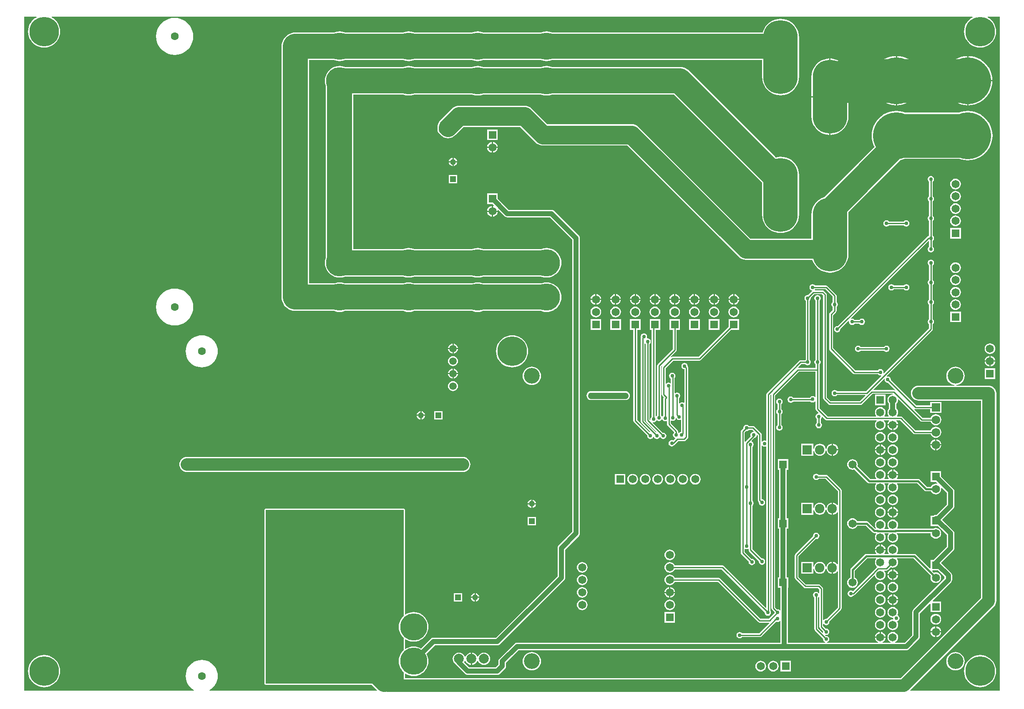
<source format=gbl>
G04 Layer_Physical_Order=2*
G04 Layer_Color=16711680*
%FSLAX25Y25*%
%MOIN*%
G70*
G01*
G75*
%ADD21C,0.35000*%
%ADD22C,0.01000*%
%ADD25C,0.20000*%
%ADD26C,0.04000*%
%ADD27C,0.01500*%
%ADD29C,0.05000*%
%ADD30C,0.10000*%
%ADD31C,0.15000*%
%ADD32C,0.02000*%
%ADD33C,0.06496*%
%ADD34R,0.06496X0.06496*%
%ADD35R,0.06496X0.06496*%
%ADD36C,0.23622*%
%ADD37R,0.06791X0.06791*%
%ADD38C,0.06791*%
%ADD39C,0.37401*%
%ADD40C,0.21650*%
%ADD41C,0.04724*%
%ADD42R,0.04724X0.04724*%
%ADD43O,0.27559X0.59055*%
%ADD44C,0.12598*%
%ADD45R,0.07559X0.07559*%
%ADD46C,0.07559*%
%ADD47C,0.06299*%
%ADD48R,0.04724X0.04724*%
%ADD49C,0.07874*%
%ADD50C,0.05905*%
%ADD51C,0.03000*%
%ADD52C,0.05000*%
G36*
X307087Y63945D02*
X306573Y63507D01*
X305364Y62091D01*
X304392Y60504D01*
X303680Y58785D01*
X303245Y56975D01*
X303099Y55119D01*
X303245Y53263D01*
X303680Y51454D01*
X304392Y49734D01*
X305364Y48147D01*
X306573Y46732D01*
X307087Y46293D01*
X307087Y36385D01*
X306573Y35947D01*
X305364Y34531D01*
X304392Y32944D01*
X303680Y31225D01*
X303245Y29415D01*
X303099Y27559D01*
X303245Y25703D01*
X303680Y23894D01*
X304392Y22174D01*
X305364Y20587D01*
X306573Y19172D01*
X307087Y18733D01*
Y9843D01*
X196850D01*
X196850Y148622D01*
X307087D01*
X307087Y63945D01*
D02*
G37*
G36*
X783465Y3937D02*
X711936D01*
X711744Y4399D01*
X778869Y71524D01*
X779619Y72438D01*
X780176Y73480D01*
X780519Y74611D01*
X780635Y75787D01*
Y242126D01*
X780519Y243302D01*
X780176Y244433D01*
X779619Y245476D01*
X778869Y246389D01*
X777956Y247139D01*
X776913Y247696D01*
X775782Y248039D01*
X774606Y248155D01*
X748909D01*
X748885Y248655D01*
X749462Y248712D01*
X750838Y249129D01*
X752106Y249807D01*
X753218Y250719D01*
X754130Y251831D01*
X754808Y253099D01*
X755225Y254475D01*
X755366Y255906D01*
X755225Y257336D01*
X754808Y258712D01*
X754130Y259980D01*
X753218Y261092D01*
X752106Y262004D01*
X750838Y262682D01*
X749462Y263099D01*
X748032Y263240D01*
X746601Y263099D01*
X745225Y262682D01*
X743957Y262004D01*
X742845Y261092D01*
X741933Y259980D01*
X741255Y258712D01*
X740838Y257336D01*
X740697Y255906D01*
X740838Y254475D01*
X741255Y253099D01*
X741933Y251831D01*
X742845Y250719D01*
X743957Y249807D01*
X745225Y249129D01*
X746601Y248712D01*
X747178Y248655D01*
X747154Y248155D01*
X718504D01*
X717328Y248039D01*
X716197Y247696D01*
X715154Y247139D01*
X714241Y246389D01*
X713491Y245476D01*
X712934Y244433D01*
X712591Y243302D01*
X712475Y242126D01*
X712591Y240950D01*
X712934Y239819D01*
X713491Y238776D01*
X714241Y237863D01*
X715154Y237113D01*
X716197Y236556D01*
X717328Y236213D01*
X718504Y236097D01*
X768577D01*
Y78285D01*
X704196Y13903D01*
X308106D01*
Y17379D01*
X308542Y17623D01*
X309576Y16990D01*
X311295Y16278D01*
X313105Y15844D01*
X314961Y15698D01*
X316816Y15844D01*
X318626Y16278D01*
X320346Y16990D01*
X321933Y17963D01*
X323348Y19172D01*
X324557Y20587D01*
X325529Y22174D01*
X326242Y23894D01*
X326676Y25703D01*
X326822Y27559D01*
X326676Y29415D01*
X326242Y31225D01*
X325529Y32944D01*
X325186Y33505D01*
X331962Y40281D01*
X381890D01*
X382673Y40384D01*
X383403Y40687D01*
X384029Y41168D01*
X435211Y92348D01*
X435211Y92349D01*
X435691Y92975D01*
X435994Y93705D01*
X436097Y94488D01*
X436097Y94488D01*
Y116857D01*
X447021Y127782D01*
X447021Y127782D01*
X447502Y128408D01*
X447805Y129138D01*
X447908Y129921D01*
Y366142D01*
X447908Y366142D01*
X447805Y366925D01*
X447502Y367655D01*
X447021Y368281D01*
X447021Y368281D01*
X427337Y387966D01*
X426710Y388447D01*
X425980Y388750D01*
X425197Y388853D01*
X391017D01*
X382201Y397669D01*
Y401886D01*
X373705D01*
Y393390D01*
X377922D01*
X379026Y392285D01*
X378792Y391812D01*
X378453Y391857D01*
Y388138D01*
X382172D01*
X382127Y388477D01*
X382600Y388711D01*
X387624Y383687D01*
X388251Y383206D01*
X388981Y382904D01*
X389764Y382801D01*
X423944D01*
X441856Y364888D01*
Y131175D01*
X430931Y120250D01*
X430450Y119623D01*
X430148Y118893D01*
X430045Y118110D01*
Y95741D01*
X380636Y46333D01*
X330709D01*
X330709Y46333D01*
X329925Y46230D01*
X329196Y45928D01*
X328569Y45447D01*
X320906Y37784D01*
X320346Y38128D01*
X318626Y38840D01*
X316816Y39275D01*
X314961Y39421D01*
X313105Y39275D01*
X311295Y38840D01*
X309576Y38128D01*
X308542Y37495D01*
X308106Y37739D01*
X308106Y44939D01*
X308542Y45183D01*
X309576Y44550D01*
X311295Y43838D01*
X313105Y43404D01*
X314961Y43257D01*
X316816Y43404D01*
X318626Y43838D01*
X320346Y44550D01*
X321933Y45523D01*
X323348Y46732D01*
X324557Y48147D01*
X325529Y49734D01*
X326242Y51454D01*
X326676Y53263D01*
X326822Y55119D01*
X326676Y56975D01*
X326242Y58785D01*
X325529Y60504D01*
X324557Y62091D01*
X323348Y63507D01*
X321933Y64715D01*
X320346Y65688D01*
X318626Y66400D01*
X316816Y66835D01*
X314961Y66981D01*
X313105Y66835D01*
X311295Y66400D01*
X309576Y65688D01*
X308542Y65055D01*
X308106Y65299D01*
X308106Y148622D01*
X308029Y149012D01*
X307807Y149343D01*
X307477Y149564D01*
X307087Y149642D01*
X196850D01*
X196460Y149564D01*
X196129Y149343D01*
X195908Y149012D01*
X195831Y148622D01*
X195831Y9843D01*
X195908Y9452D01*
X196129Y9122D01*
X196460Y8901D01*
X196850Y8823D01*
X281263D01*
X285299Y4787D01*
X285761Y4408D01*
X285593Y3937D01*
X151871D01*
X151730Y4437D01*
X153223Y5352D01*
X154756Y6661D01*
X156066Y8195D01*
X157119Y9914D01*
X157891Y11777D01*
X158362Y13738D01*
X158520Y15748D01*
X158362Y17758D01*
X157891Y19719D01*
X157119Y21582D01*
X156066Y23301D01*
X154756Y24835D01*
X153223Y26144D01*
X151503Y27198D01*
X149640Y27970D01*
X147680Y28440D01*
X145669Y28599D01*
X143659Y28440D01*
X141698Y27970D01*
X139835Y27198D01*
X138116Y26144D01*
X136583Y24835D01*
X135273Y23301D01*
X134219Y21582D01*
X133448Y19719D01*
X132977Y17758D01*
X132819Y15748D01*
X132977Y13738D01*
X133448Y11777D01*
X134219Y9914D01*
X135273Y8195D01*
X136583Y6661D01*
X138116Y5352D01*
X139608Y4437D01*
X139467Y3937D01*
X3937D01*
Y543307D01*
X13483D01*
X13624Y542807D01*
X12132Y541892D01*
X10598Y540583D01*
X9289Y539049D01*
X8235Y537330D01*
X7463Y535467D01*
X6993Y533506D01*
X6834Y531496D01*
X6993Y529486D01*
X7463Y527525D01*
X8235Y525662D01*
X9289Y523943D01*
X10598Y522409D01*
X12132Y521100D01*
X13851Y520046D01*
X15714Y519274D01*
X17675Y518804D01*
X19685Y518645D01*
X21695Y518804D01*
X23656Y519274D01*
X25519Y520046D01*
X27239Y521100D01*
X28772Y522409D01*
X30081Y523943D01*
X31135Y525662D01*
X31907Y527525D01*
X32377Y529486D01*
X32536Y531496D01*
X32377Y533506D01*
X31907Y535467D01*
X31135Y537330D01*
X30081Y539049D01*
X28772Y540583D01*
X27239Y541892D01*
X25746Y542807D01*
X25887Y543307D01*
X761515D01*
X761656Y542807D01*
X760163Y541892D01*
X758630Y540583D01*
X757320Y539049D01*
X756266Y537330D01*
X755495Y535467D01*
X755024Y533506D01*
X754866Y531496D01*
X755024Y529486D01*
X755495Y527525D01*
X756266Y525662D01*
X757320Y523943D01*
X758630Y522409D01*
X760163Y521100D01*
X761882Y520046D01*
X763745Y519274D01*
X765706Y518804D01*
X767717Y518645D01*
X769727Y518804D01*
X771688Y519274D01*
X773551Y520046D01*
X775270Y521100D01*
X776803Y522409D01*
X778113Y523943D01*
X779167Y525662D01*
X779938Y527525D01*
X780409Y529486D01*
X780567Y531496D01*
X780409Y533506D01*
X779938Y535467D01*
X779167Y537330D01*
X778113Y539049D01*
X776803Y540583D01*
X775270Y541892D01*
X773777Y542807D01*
X773918Y543307D01*
X783465D01*
Y3937D01*
D02*
G37*
%LPC*%
G36*
X540000Y177513D02*
X538891Y177367D01*
X537858Y176939D01*
X536970Y176258D01*
X536289Y175371D01*
X535861Y174337D01*
X535715Y173228D01*
X535861Y172119D01*
X536289Y171086D01*
X536970Y170199D01*
X537858Y169518D01*
X538891Y169090D01*
X540000Y168944D01*
X541109Y169090D01*
X542142Y169518D01*
X543030Y170199D01*
X543711Y171086D01*
X544139Y172119D01*
X544285Y173228D01*
X544139Y174337D01*
X543711Y175371D01*
X543030Y176258D01*
X542142Y176939D01*
X541109Y177367D01*
X540000Y177513D01*
D02*
G37*
G36*
X484248Y177476D02*
X475752D01*
Y168980D01*
X484248D01*
Y177476D01*
D02*
G37*
G36*
X697413Y180951D02*
X696804Y180871D01*
X695771Y180443D01*
X694884Y179762D01*
X694203Y178875D01*
X693775Y177841D01*
X693694Y177232D01*
X697413D01*
Y180951D01*
D02*
G37*
G36*
X520000Y177513D02*
X518891Y177367D01*
X517858Y176939D01*
X516970Y176258D01*
X516289Y175371D01*
X515861Y174337D01*
X515715Y173228D01*
X515861Y172119D01*
X516289Y171086D01*
X516970Y170199D01*
X517858Y169518D01*
X518891Y169090D01*
X520000Y168944D01*
X521109Y169090D01*
X522142Y169518D01*
X523030Y170199D01*
X523711Y171086D01*
X524139Y172119D01*
X524285Y173228D01*
X524139Y174337D01*
X523711Y175371D01*
X523030Y176258D01*
X522142Y176939D01*
X521109Y177367D01*
X520000Y177513D01*
D02*
G37*
G36*
X510000D02*
X508891Y177367D01*
X507858Y176939D01*
X506970Y176258D01*
X506289Y175371D01*
X505861Y174337D01*
X505715Y173228D01*
X505861Y172119D01*
X506289Y171086D01*
X506970Y170199D01*
X507858Y169518D01*
X508891Y169090D01*
X510000Y168944D01*
X511109Y169090D01*
X512142Y169518D01*
X513030Y170199D01*
X513711Y171086D01*
X514139Y172119D01*
X514285Y173228D01*
X514139Y174337D01*
X513711Y175371D01*
X513030Y176258D01*
X512142Y176939D01*
X511109Y177367D01*
X510000Y177513D01*
D02*
G37*
G36*
X530000D02*
X528891Y177367D01*
X527858Y176939D01*
X526970Y176258D01*
X526289Y175371D01*
X525861Y174337D01*
X525715Y173228D01*
X525861Y172119D01*
X526289Y171086D01*
X526970Y170199D01*
X527858Y169518D01*
X528891Y169090D01*
X530000Y168944D01*
X531109Y169090D01*
X532142Y169518D01*
X533030Y170199D01*
X533711Y171086D01*
X534139Y172119D01*
X534285Y173228D01*
X534139Y174337D01*
X533711Y175371D01*
X533030Y176258D01*
X532142Y176939D01*
X531109Y177367D01*
X530000Y177513D01*
D02*
G37*
G36*
X697913Y191017D02*
X696804Y190871D01*
X695771Y190443D01*
X694884Y189762D01*
X694203Y188875D01*
X693775Y187841D01*
X693629Y186732D01*
X693775Y185623D01*
X694203Y184590D01*
X694884Y183703D01*
X695771Y183022D01*
X696804Y182594D01*
X697913Y182448D01*
X699022Y182594D01*
X700056Y183022D01*
X700943Y183703D01*
X701624Y184590D01*
X702052Y185623D01*
X702198Y186732D01*
X702052Y187841D01*
X701624Y188875D01*
X700943Y189762D01*
X700056Y190443D01*
X699022Y190871D01*
X697913Y191017D01*
D02*
G37*
G36*
X654361Y196350D02*
X650106D01*
Y192095D01*
X650854Y192194D01*
X652017Y192675D01*
X653015Y193442D01*
X653781Y194440D01*
X654263Y195603D01*
X654361Y196350D01*
D02*
G37*
G36*
X697913Y201017D02*
X696804Y200871D01*
X695771Y200443D01*
X694884Y199762D01*
X694203Y198875D01*
X693775Y197841D01*
X693629Y196732D01*
X693775Y195623D01*
X694203Y194590D01*
X694884Y193703D01*
X695771Y193022D01*
X696804Y192594D01*
X697913Y192448D01*
X699022Y192594D01*
X700056Y193022D01*
X700943Y193703D01*
X701624Y194590D01*
X702052Y195623D01*
X702198Y196732D01*
X702052Y197841D01*
X701624Y198875D01*
X700943Y199762D01*
X700056Y200443D01*
X699022Y200871D01*
X697913Y201017D01*
D02*
G37*
G36*
X698413Y180951D02*
Y177232D01*
X702132D01*
X702052Y177841D01*
X701624Y178875D01*
X700943Y179762D01*
X700056Y180443D01*
X699022Y180871D01*
X698413Y180951D01*
D02*
G37*
G36*
X354331Y191068D02*
X133858D01*
X132682Y190953D01*
X131551Y190610D01*
X130509Y190052D01*
X129595Y189303D01*
X128845Y188389D01*
X128288Y187347D01*
X127945Y186216D01*
X127829Y185039D01*
X127945Y183863D01*
X128288Y182732D01*
X128845Y181690D01*
X129595Y180776D01*
X130509Y180026D01*
X131551Y179469D01*
X132682Y179126D01*
X133858Y179010D01*
X354331D01*
X355507Y179126D01*
X356638Y179469D01*
X357680Y180026D01*
X358594Y180776D01*
X359344Y181690D01*
X359901Y182732D01*
X360244Y183863D01*
X360360Y185039D01*
X360244Y186216D01*
X359901Y187347D01*
X359344Y188389D01*
X358594Y189303D01*
X357680Y190052D01*
X356638Y190610D01*
X355507Y190953D01*
X354331Y191068D01*
D02*
G37*
G36*
X687913Y191017D02*
X686804Y190871D01*
X685771Y190443D01*
X684884Y189762D01*
X684203Y188875D01*
X683775Y187841D01*
X683629Y186732D01*
X683775Y185623D01*
X684203Y184590D01*
X684884Y183703D01*
X685771Y183022D01*
X686804Y182594D01*
X687913Y182448D01*
X689022Y182594D01*
X690056Y183022D01*
X690943Y183703D01*
X691624Y184590D01*
X692052Y185623D01*
X692198Y186732D01*
X692052Y187841D01*
X691624Y188875D01*
X690943Y189762D01*
X690056Y190443D01*
X689022Y190871D01*
X687913Y191017D01*
D02*
G37*
G36*
X500000Y177513D02*
X498891Y177367D01*
X497858Y176939D01*
X496970Y176258D01*
X496289Y175371D01*
X495861Y174337D01*
X495715Y173228D01*
X495861Y172119D01*
X496289Y171086D01*
X496970Y170199D01*
X497858Y169518D01*
X498891Y169090D01*
X500000Y168944D01*
X501109Y169090D01*
X502142Y169518D01*
X503030Y170199D01*
X503711Y171086D01*
X504139Y172119D01*
X504285Y173228D01*
X504139Y174337D01*
X503711Y175371D01*
X503030Y176258D01*
X502142Y176939D01*
X501109Y177367D01*
X500000Y177513D01*
D02*
G37*
G36*
X698413Y150951D02*
Y147232D01*
X702132D01*
X702052Y147841D01*
X701624Y148875D01*
X700943Y149762D01*
X700056Y150443D01*
X699022Y150871D01*
X698413Y150951D01*
D02*
G37*
G36*
X412774Y153043D02*
X409949D01*
Y150218D01*
X410326Y150268D01*
X411144Y150606D01*
X411847Y151145D01*
X412386Y151848D01*
X412724Y152666D01*
X412774Y153043D01*
D02*
G37*
G36*
X408949D02*
X406123D01*
X406173Y152666D01*
X406512Y151848D01*
X407051Y151145D01*
X407753Y150606D01*
X408571Y150268D01*
X408949Y150218D01*
Y153043D01*
D02*
G37*
G36*
X702132Y146232D02*
X698413D01*
Y142513D01*
X699022Y142594D01*
X700056Y143022D01*
X700943Y143703D01*
X701624Y144590D01*
X702052Y145623D01*
X702132Y146232D01*
D02*
G37*
G36*
X697413D02*
X693694D01*
X693775Y145623D01*
X694203Y144590D01*
X694884Y143703D01*
X695771Y143022D01*
X696804Y142594D01*
X697413Y142513D01*
Y146232D01*
D02*
G37*
G36*
Y150951D02*
X696804Y150871D01*
X695771Y150443D01*
X694884Y149762D01*
X694203Y148875D01*
X693775Y147841D01*
X693694Y147232D01*
X697413D01*
Y150951D01*
D02*
G37*
G36*
X408949Y156869D02*
X408571Y156819D01*
X407753Y156480D01*
X407051Y155941D01*
X406512Y155239D01*
X406173Y154421D01*
X406123Y154043D01*
X408949D01*
Y156869D01*
D02*
G37*
G36*
X409949Y156869D02*
Y154043D01*
X412774D01*
X412724Y154421D01*
X412386Y155239D01*
X411847Y155941D01*
X411144Y156480D01*
X410326Y156819D01*
X409949Y156869D01*
D02*
G37*
G36*
X490000Y177513D02*
X488891Y177367D01*
X487858Y176939D01*
X486970Y176258D01*
X486289Y175371D01*
X485861Y174337D01*
X485715Y173228D01*
X485861Y172119D01*
X486289Y171086D01*
X486970Y170199D01*
X487858Y169518D01*
X488891Y169090D01*
X490000Y168944D01*
X491109Y169090D01*
X492142Y169518D01*
X493030Y170199D01*
X493711Y171086D01*
X494139Y172119D01*
X494285Y173228D01*
X494139Y174337D01*
X493711Y175371D01*
X493030Y176258D01*
X492142Y176939D01*
X491109Y177367D01*
X490000Y177513D01*
D02*
G37*
G36*
X639606Y154427D02*
X638359Y154263D01*
X637196Y153781D01*
X636198Y153015D01*
X635431Y152017D01*
X634950Y150854D01*
X634886Y150368D01*
X634386Y150401D01*
Y154386D01*
X624827D01*
Y144827D01*
X634386D01*
Y148812D01*
X634886Y148844D01*
X634950Y148359D01*
X635431Y147196D01*
X636198Y146197D01*
X637196Y145431D01*
X638359Y144950D01*
X639606Y144785D01*
X640854Y144950D01*
X642017Y145431D01*
X643015Y146197D01*
X643781Y147196D01*
X644263Y148359D01*
X644354Y149052D01*
X644859D01*
X644950Y148359D01*
X645431Y147196D01*
X646198Y146197D01*
X647196Y145431D01*
X648359Y144950D01*
X649106Y144851D01*
Y149606D01*
Y154361D01*
X648359Y154263D01*
X647196Y153781D01*
X646198Y153015D01*
X645431Y152017D01*
X644950Y150854D01*
X644859Y150160D01*
X644354D01*
X644263Y150854D01*
X643781Y152017D01*
X643015Y153015D01*
X642017Y153781D01*
X640854Y154263D01*
X639606Y154427D01*
D02*
G37*
G36*
X687913Y161017D02*
X686804Y160871D01*
X685771Y160443D01*
X684884Y159762D01*
X684203Y158875D01*
X683775Y157841D01*
X683629Y156732D01*
X683775Y155623D01*
X684203Y154590D01*
X684884Y153703D01*
X685771Y153022D01*
X686804Y152594D01*
X687913Y152448D01*
X689022Y152594D01*
X690056Y153022D01*
X690943Y153703D01*
X691624Y154590D01*
X692052Y155623D01*
X692198Y156732D01*
X692052Y157841D01*
X691624Y158875D01*
X690943Y159762D01*
X690056Y160443D01*
X689022Y160871D01*
X687913Y161017D01*
D02*
G37*
G36*
X697913D02*
X696804Y160871D01*
X695771Y160443D01*
X694884Y159762D01*
X694203Y158875D01*
X693775Y157841D01*
X693629Y156732D01*
X693775Y155623D01*
X694203Y154590D01*
X694884Y153703D01*
X695771Y153022D01*
X696804Y152594D01*
X697913Y152448D01*
X699022Y152594D01*
X700056Y153022D01*
X700943Y153703D01*
X701624Y154590D01*
X702052Y155623D01*
X702198Y156732D01*
X702052Y157841D01*
X701624Y158875D01*
X700943Y159762D01*
X700056Y160443D01*
X699022Y160871D01*
X697913Y161017D01*
D02*
G37*
G36*
X692132Y196232D02*
X688413D01*
Y192513D01*
X689022Y192594D01*
X690056Y193022D01*
X690943Y193703D01*
X691624Y194590D01*
X692052Y195623D01*
X692132Y196232D01*
D02*
G37*
G36*
X324191Y223909D02*
X321366D01*
Y221084D01*
X321744Y221134D01*
X322562Y221473D01*
X323264Y222011D01*
X323803Y222714D01*
X324142Y223532D01*
X324191Y223909D01*
D02*
G37*
G36*
X320366Y227735D02*
X319988Y227685D01*
X319170Y227346D01*
X318468Y226807D01*
X317929Y226105D01*
X317590Y225287D01*
X317541Y224909D01*
X320366D01*
Y227735D01*
D02*
G37*
G36*
X321366Y227735D02*
Y224909D01*
X324191D01*
X324142Y225287D01*
X323803Y226105D01*
X323264Y226807D01*
X322562Y227346D01*
X321744Y227685D01*
X321366Y227735D01*
D02*
G37*
G36*
X697413Y216232D02*
X693694D01*
X693775Y215623D01*
X694203Y214590D01*
X694884Y213703D01*
X695771Y213022D01*
X696804Y212594D01*
X697413Y212513D01*
Y216232D01*
D02*
G37*
G36*
X338008Y227772D02*
X331283D01*
Y221047D01*
X338008D01*
Y227772D01*
D02*
G37*
G36*
X320366Y223909D02*
X317541D01*
X317590Y223532D01*
X317929Y222714D01*
X318468Y222011D01*
X319170Y221473D01*
X319988Y221134D01*
X320366Y221084D01*
Y223909D01*
D02*
G37*
G36*
X779839Y261965D02*
X771343D01*
Y253468D01*
X779839D01*
Y261965D01*
D02*
G37*
G36*
X350378Y257217D02*
X346957D01*
Y253796D01*
X347489Y253866D01*
X348450Y254264D01*
X349276Y254897D01*
X349909Y255723D01*
X350308Y256685D01*
X350378Y257217D01*
D02*
G37*
G36*
X345957D02*
X342536D01*
X342606Y256685D01*
X343004Y255723D01*
X343638Y254897D01*
X344463Y254264D01*
X345425Y253866D01*
X345957Y253796D01*
Y257217D01*
D02*
G37*
G36*
X484252Y243688D02*
X456693D01*
X455779Y243567D01*
X454928Y243215D01*
X454197Y242654D01*
X453636Y241923D01*
X453283Y241071D01*
X453163Y240158D01*
X453283Y239244D01*
X453636Y238392D01*
X454197Y237661D01*
X454928Y237100D01*
X455779Y236748D01*
X456693Y236627D01*
X484252D01*
X485166Y236748D01*
X486017Y237100D01*
X486748Y237661D01*
X487309Y238392D01*
X487662Y239244D01*
X487782Y240158D01*
X487662Y241071D01*
X487309Y241923D01*
X486748Y242654D01*
X486017Y243215D01*
X485166Y243567D01*
X484252Y243688D01*
D02*
G37*
G36*
X346457Y251703D02*
X345425Y251568D01*
X344463Y251169D01*
X343638Y250536D01*
X343004Y249710D01*
X342606Y248748D01*
X342470Y247716D01*
X342606Y246685D01*
X343004Y245723D01*
X343638Y244897D01*
X344463Y244264D01*
X345425Y243865D01*
X346457Y243730D01*
X347489Y243865D01*
X348450Y244264D01*
X349276Y244897D01*
X349909Y245723D01*
X350308Y246685D01*
X350444Y247716D01*
X350308Y248748D01*
X349909Y249710D01*
X349276Y250536D01*
X348450Y251169D01*
X347489Y251568D01*
X346457Y251703D01*
D02*
G37*
G36*
X409449Y263240D02*
X408018Y263099D01*
X406642Y262682D01*
X405374Y262004D01*
X404262Y261092D01*
X403350Y259980D01*
X402673Y258712D01*
X402255Y257336D01*
X402114Y255906D01*
X402255Y254475D01*
X402673Y253099D01*
X403350Y251831D01*
X404262Y250719D01*
X405374Y249807D01*
X406642Y249129D01*
X408018Y248712D01*
X409449Y248571D01*
X410880Y248712D01*
X412256Y249129D01*
X413524Y249807D01*
X414635Y250719D01*
X415547Y251831D01*
X416225Y253099D01*
X416642Y254475D01*
X416783Y255906D01*
X416642Y257336D01*
X416225Y258712D01*
X415547Y259980D01*
X414635Y261092D01*
X413524Y262004D01*
X412256Y262682D01*
X410880Y263099D01*
X409449Y263240D01*
D02*
G37*
G36*
X702132Y216232D02*
X698413D01*
Y212513D01*
X699022Y212594D01*
X700056Y213022D01*
X700943Y213703D01*
X701624Y214590D01*
X702052Y215623D01*
X702132Y216232D01*
D02*
G37*
G36*
X687413Y200951D02*
X686804Y200871D01*
X685771Y200443D01*
X684884Y199762D01*
X684203Y198875D01*
X683775Y197841D01*
X683695Y197232D01*
X687413D01*
Y200951D01*
D02*
G37*
G36*
X688413Y200951D02*
Y197232D01*
X692132D01*
X692052Y197841D01*
X691624Y198875D01*
X690943Y199762D01*
X690056Y200443D01*
X689022Y200871D01*
X688413Y200951D01*
D02*
G37*
G36*
X650106Y201605D02*
Y197350D01*
X654361D01*
X654263Y198098D01*
X653781Y199261D01*
X653015Y200259D01*
X652017Y201025D01*
X650854Y201507D01*
X650106Y201605D01*
D02*
G37*
G36*
X687413Y196232D02*
X683695D01*
X683775Y195623D01*
X684203Y194590D01*
X684884Y193703D01*
X685771Y193022D01*
X686804Y192594D01*
X687413Y192513D01*
Y196232D01*
D02*
G37*
G36*
X736651Y200287D02*
X732783D01*
Y196420D01*
X733431Y196505D01*
X734500Y196948D01*
X735419Y197652D01*
X736123Y198571D01*
X736566Y199640D01*
X736651Y200287D01*
D02*
G37*
G36*
X731783D02*
X727916D01*
X728001Y199640D01*
X728444Y198571D01*
X729148Y197652D01*
X730067Y196948D01*
X731136Y196505D01*
X731783Y196420D01*
Y200287D01*
D02*
G37*
G36*
X687913Y211017D02*
X686804Y210871D01*
X685771Y210443D01*
X684884Y209762D01*
X684203Y208875D01*
X683775Y207841D01*
X683629Y206732D01*
X683775Y205623D01*
X684203Y204590D01*
X684884Y203703D01*
X685771Y203022D01*
X686804Y202594D01*
X687913Y202448D01*
X689022Y202594D01*
X690056Y203022D01*
X690943Y203703D01*
X691624Y204590D01*
X692052Y205623D01*
X692198Y206732D01*
X692052Y207841D01*
X691624Y208875D01*
X690943Y209762D01*
X690056Y210443D01*
X689022Y210871D01*
X687913Y211017D01*
D02*
G37*
G36*
X697913D02*
X696804Y210871D01*
X695771Y210443D01*
X694884Y209762D01*
X694203Y208875D01*
X693775Y207841D01*
X693629Y206732D01*
X693775Y205623D01*
X694203Y204590D01*
X694884Y203703D01*
X695771Y203022D01*
X696804Y202594D01*
X697913Y202448D01*
X699022Y202594D01*
X700056Y203022D01*
X700943Y203703D01*
X701624Y204590D01*
X702052Y205623D01*
X702198Y206732D01*
X702052Y207841D01*
X701624Y208875D01*
X700943Y209762D01*
X700056Y210443D01*
X699022Y210871D01*
X697913Y211017D01*
D02*
G37*
G36*
X607283Y237785D02*
X606308Y237591D01*
X605481Y237039D01*
X604928Y236212D01*
X604735Y235236D01*
X604928Y234261D01*
X605481Y233434D01*
X605754Y233251D01*
Y229347D01*
X605481Y229165D01*
X604928Y228338D01*
X604735Y227362D01*
X604928Y226387D01*
X605481Y225560D01*
X605754Y225377D01*
Y216552D01*
X605481Y216369D01*
X604928Y215542D01*
X604735Y214567D01*
X604928Y213592D01*
X605481Y212765D01*
X606308Y212212D01*
X607283Y212018D01*
X608259Y212212D01*
X609086Y212765D01*
X609638Y213592D01*
X609832Y214567D01*
X609638Y215542D01*
X609086Y216369D01*
X608813Y216552D01*
Y225377D01*
X609086Y225560D01*
X609638Y226387D01*
X609832Y227362D01*
X609638Y228338D01*
X609086Y229165D01*
X608813Y229347D01*
Y233251D01*
X609086Y233434D01*
X609638Y234261D01*
X609832Y235236D01*
X609638Y236212D01*
X609086Y237039D01*
X608259Y237591D01*
X607283Y237785D01*
D02*
G37*
G36*
X639606Y201671D02*
X638359Y201507D01*
X637196Y201025D01*
X636198Y200259D01*
X635431Y199261D01*
X634950Y198098D01*
X634886Y197612D01*
X634386Y197645D01*
Y201630D01*
X624827D01*
Y192071D01*
X634386D01*
Y196056D01*
X634886Y196089D01*
X634950Y195603D01*
X635431Y194440D01*
X636198Y193442D01*
X637196Y192675D01*
X638359Y192194D01*
X639606Y192030D01*
X640854Y192194D01*
X642017Y192675D01*
X643015Y193442D01*
X643781Y194440D01*
X644263Y195603D01*
X644354Y196296D01*
X644859D01*
X644950Y195603D01*
X645431Y194440D01*
X646198Y193442D01*
X647196Y192675D01*
X648359Y192194D01*
X649106Y192095D01*
Y196850D01*
Y201605D01*
X648359Y201507D01*
X647196Y201025D01*
X646198Y200259D01*
X645431Y199261D01*
X644950Y198098D01*
X644859Y197404D01*
X644354D01*
X644263Y198098D01*
X643781Y199261D01*
X643015Y200259D01*
X642017Y201025D01*
X640854Y201507D01*
X639606Y201671D01*
D02*
G37*
G36*
X731783Y205155D02*
X731136Y205070D01*
X730067Y204627D01*
X729148Y203922D01*
X728444Y203004D01*
X728001Y201935D01*
X727916Y201287D01*
X731783D01*
Y205155D01*
D02*
G37*
G36*
X732783Y205155D02*
Y201287D01*
X736651D01*
X736566Y201935D01*
X736123Y203004D01*
X735419Y203922D01*
X734500Y204627D01*
X733431Y205070D01*
X732783Y205155D01*
D02*
G37*
G36*
X523933Y66925D02*
X515437D01*
Y58429D01*
X523933D01*
Y66925D01*
D02*
G37*
G36*
X697913Y71017D02*
X696804Y70871D01*
X695771Y70443D01*
X694884Y69762D01*
X694203Y68875D01*
X693775Y67841D01*
X693629Y66732D01*
X693775Y65623D01*
X694203Y64590D01*
X694884Y63703D01*
X695771Y63022D01*
X696804Y62594D01*
X697819Y62460D01*
X698096Y62252D01*
X698254Y62084D01*
X698238Y62008D01*
X698347Y61464D01*
X697926Y61015D01*
X697913Y61017D01*
X696804Y60871D01*
X695771Y60443D01*
X694884Y59762D01*
X694203Y58875D01*
X693775Y57841D01*
X693629Y56732D01*
X693775Y55623D01*
X694203Y54590D01*
X694884Y53703D01*
X695771Y53022D01*
X696804Y52594D01*
X697913Y52448D01*
X699022Y52594D01*
X700056Y53022D01*
X700943Y53703D01*
X701624Y54590D01*
X702052Y55623D01*
X702198Y56732D01*
X702052Y57841D01*
X701624Y58875D01*
X701412Y59150D01*
X701589Y59618D01*
X701763Y59653D01*
X702590Y60206D01*
X703142Y61032D01*
X703336Y62008D01*
X703142Y62983D01*
X702590Y63810D01*
X701972Y64223D01*
X701760Y64447D01*
X701743Y64877D01*
X702052Y65623D01*
X702198Y66732D01*
X702052Y67841D01*
X701624Y68875D01*
X700943Y69762D01*
X700056Y70443D01*
X699022Y70871D01*
X697913Y71017D01*
D02*
G37*
G36*
X687913D02*
X686804Y70871D01*
X685771Y70443D01*
X684884Y69762D01*
X684203Y68875D01*
X683775Y67841D01*
X683629Y66732D01*
X683775Y65623D01*
X684203Y64590D01*
X684884Y63703D01*
X685771Y63022D01*
X686804Y62594D01*
X687913Y62448D01*
X689022Y62594D01*
X690056Y63022D01*
X690943Y63703D01*
X691624Y64590D01*
X692052Y65623D01*
X692198Y66732D01*
X692052Y67841D01*
X691624Y68875D01*
X690943Y69762D01*
X690056Y70443D01*
X689022Y70871D01*
X687913Y71017D01*
D02*
G37*
G36*
X732783Y55400D02*
Y51681D01*
X736502D01*
X736422Y52290D01*
X735994Y53323D01*
X735313Y54211D01*
X734426Y54892D01*
X733392Y55320D01*
X732783Y55400D01*
D02*
G37*
G36*
X687913Y61017D02*
X686804Y60871D01*
X685771Y60443D01*
X684884Y59762D01*
X684203Y58875D01*
X683775Y57841D01*
X683629Y56732D01*
X683775Y55623D01*
X684203Y54590D01*
X684884Y53703D01*
X685771Y53022D01*
X686804Y52594D01*
X687913Y52448D01*
X689022Y52594D01*
X690056Y53022D01*
X690943Y53703D01*
X691624Y54590D01*
X692052Y55623D01*
X692198Y56732D01*
X692052Y57841D01*
X691624Y58875D01*
X690943Y59762D01*
X690056Y60443D01*
X689022Y60871D01*
X687913Y61017D01*
D02*
G37*
G36*
X732283Y65466D02*
X731175Y65320D01*
X730141Y64892D01*
X729254Y64211D01*
X728573Y63323D01*
X728145Y62290D01*
X727999Y61181D01*
X728145Y60072D01*
X728573Y59039D01*
X729254Y58151D01*
X730141Y57471D01*
X731175Y57042D01*
X732283Y56896D01*
X733392Y57042D01*
X734426Y57471D01*
X735313Y58151D01*
X735994Y59039D01*
X736422Y60072D01*
X736568Y61181D01*
X736422Y62290D01*
X735994Y63323D01*
X735313Y64211D01*
X734426Y64892D01*
X733392Y65320D01*
X732283Y65466D01*
D02*
G37*
G36*
X702132Y76232D02*
X698413D01*
Y72513D01*
X699022Y72594D01*
X700056Y73022D01*
X700943Y73703D01*
X701624Y74590D01*
X702052Y75623D01*
X702132Y76232D01*
D02*
G37*
G36*
X697413D02*
X693694D01*
X693775Y75623D01*
X694203Y74590D01*
X694884Y73703D01*
X695771Y73022D01*
X696804Y72594D01*
X697413Y72513D01*
Y76232D01*
D02*
G37*
G36*
X353756Y82102D02*
X347031D01*
Y75378D01*
X353756D01*
Y82102D01*
D02*
G37*
G36*
X449685Y76962D02*
X448576Y76816D01*
X447543Y76388D01*
X446655Y75707D01*
X445974Y74819D01*
X445546Y73786D01*
X445400Y72677D01*
X445546Y71568D01*
X445974Y70535D01*
X446655Y69647D01*
X447543Y68967D01*
X448576Y68538D01*
X449685Y68392D01*
X450794Y68538D01*
X451827Y68967D01*
X452715Y69647D01*
X453396Y70535D01*
X453824Y71568D01*
X453970Y72677D01*
X453824Y73786D01*
X453396Y74819D01*
X452715Y75707D01*
X451827Y76388D01*
X450794Y76816D01*
X449685Y76962D01*
D02*
G37*
G36*
X519685D02*
X518576Y76816D01*
X517543Y76388D01*
X516655Y75707D01*
X515974Y74819D01*
X515546Y73786D01*
X515400Y72677D01*
X515546Y71568D01*
X515974Y70535D01*
X516655Y69647D01*
X517543Y68967D01*
X518576Y68538D01*
X519685Y68392D01*
X520794Y68538D01*
X521827Y68967D01*
X522715Y69647D01*
X523396Y70535D01*
X523824Y71568D01*
X523970Y72677D01*
X523824Y73786D01*
X523396Y74819D01*
X522715Y75707D01*
X521827Y76388D01*
X520794Y76816D01*
X519685Y76962D01*
D02*
G37*
G36*
X687913Y81017D02*
X686804Y80871D01*
X685771Y80443D01*
X684884Y79762D01*
X684203Y78875D01*
X683775Y77841D01*
X683629Y76732D01*
X683775Y75623D01*
X684203Y74590D01*
X684884Y73703D01*
X685771Y73022D01*
X686804Y72594D01*
X687913Y72448D01*
X689022Y72594D01*
X690056Y73022D01*
X690943Y73703D01*
X691624Y74590D01*
X692052Y75623D01*
X692198Y76732D01*
X692052Y77841D01*
X691624Y78875D01*
X690943Y79762D01*
X690056Y80443D01*
X689022Y80871D01*
X687913Y81017D01*
D02*
G37*
G36*
X731783Y55400D02*
X731175Y55320D01*
X730141Y54892D01*
X729254Y54211D01*
X728573Y53323D01*
X728145Y52290D01*
X728065Y51681D01*
X731783D01*
Y55400D01*
D02*
G37*
G36*
X602362Y27907D02*
X601253Y27761D01*
X600220Y27333D01*
X599333Y26652D01*
X598652Y25764D01*
X598223Y24731D01*
X598077Y23622D01*
X598223Y22513D01*
X598652Y21480D01*
X599333Y20592D01*
X600220Y19911D01*
X601253Y19483D01*
X602362Y19337D01*
X603471Y19483D01*
X604504Y19911D01*
X605392Y20592D01*
X606073Y21480D01*
X606501Y22513D01*
X606647Y23622D01*
X606501Y24731D01*
X606073Y25764D01*
X605392Y26652D01*
X604504Y27333D01*
X603471Y27761D01*
X602362Y27907D01*
D02*
G37*
G36*
X616610Y27870D02*
X608114D01*
Y19374D01*
X616610D01*
Y27870D01*
D02*
G37*
G36*
X409449Y34894D02*
X408018Y34753D01*
X406642Y34335D01*
X405374Y33658D01*
X404262Y32745D01*
X403350Y31634D01*
X402673Y30366D01*
X402255Y28990D01*
X402114Y27559D01*
X402255Y26128D01*
X402673Y24752D01*
X403350Y23484D01*
X404262Y22373D01*
X405374Y21461D01*
X406642Y20783D01*
X408018Y20366D01*
X409449Y20224D01*
X410880Y20366D01*
X412256Y20783D01*
X413524Y21461D01*
X414635Y22373D01*
X415547Y23484D01*
X416225Y24752D01*
X416642Y26128D01*
X416783Y27559D01*
X416642Y28990D01*
X416225Y30366D01*
X415547Y31634D01*
X414635Y32745D01*
X413524Y33658D01*
X412256Y34335D01*
X410880Y34753D01*
X409449Y34894D01*
D02*
G37*
G36*
X19685Y32536D02*
X17675Y32377D01*
X15714Y31907D01*
X13851Y31135D01*
X12132Y30081D01*
X10598Y28772D01*
X9289Y27239D01*
X8235Y25519D01*
X7463Y23656D01*
X6993Y21695D01*
X6834Y19685D01*
X6993Y17675D01*
X7463Y15714D01*
X8235Y13851D01*
X9289Y12132D01*
X10598Y10598D01*
X12132Y9289D01*
X13851Y8235D01*
X15714Y7463D01*
X17675Y6993D01*
X19685Y6834D01*
X21695Y6993D01*
X23656Y7463D01*
X25519Y8235D01*
X27239Y9289D01*
X28772Y10598D01*
X30081Y12132D01*
X31135Y13851D01*
X31907Y15714D01*
X32377Y17675D01*
X32536Y19685D01*
X32377Y21695D01*
X31907Y23656D01*
X31135Y25519D01*
X30081Y27239D01*
X28772Y28772D01*
X27239Y30081D01*
X25519Y31135D01*
X23656Y31907D01*
X21695Y32377D01*
X19685Y32536D01*
D02*
G37*
G36*
X767717D02*
X765706Y32377D01*
X763745Y31907D01*
X761882Y31135D01*
X760163Y30081D01*
X758630Y28772D01*
X757320Y27239D01*
X756266Y25519D01*
X755495Y23656D01*
X755024Y21695D01*
X754866Y19685D01*
X755024Y17675D01*
X755495Y15714D01*
X756266Y13851D01*
X757320Y12132D01*
X758630Y10598D01*
X760163Y9289D01*
X761882Y8235D01*
X763745Y7463D01*
X765706Y6993D01*
X767717Y6834D01*
X769727Y6993D01*
X771688Y7463D01*
X773551Y8235D01*
X775270Y9289D01*
X776803Y10598D01*
X778113Y12132D01*
X779167Y13851D01*
X779938Y15714D01*
X780409Y17675D01*
X780567Y19685D01*
X780409Y21695D01*
X779938Y23656D01*
X779167Y25519D01*
X778113Y27239D01*
X776803Y28772D01*
X775270Y30081D01*
X773551Y31135D01*
X771688Y31907D01*
X769727Y32377D01*
X767717Y32536D01*
D02*
G37*
G36*
X592362Y27907D02*
X591253Y27761D01*
X590220Y27333D01*
X589332Y26652D01*
X588652Y25764D01*
X588224Y24731D01*
X588077Y23622D01*
X588224Y22513D01*
X588652Y21480D01*
X589332Y20592D01*
X590220Y19911D01*
X591253Y19483D01*
X592362Y19337D01*
X593471Y19483D01*
X594504Y19911D01*
X595392Y20592D01*
X596073Y21480D01*
X596501Y22513D01*
X596647Y23622D01*
X596501Y24731D01*
X596073Y25764D01*
X595392Y26652D01*
X594504Y27333D01*
X593471Y27761D01*
X592362Y27907D01*
D02*
G37*
G36*
X731783Y50681D02*
X728065D01*
X728145Y50072D01*
X728573Y49039D01*
X729254Y48151D01*
X730141Y47470D01*
X731175Y47042D01*
X731783Y46962D01*
Y50681D01*
D02*
G37*
G36*
X687413Y50951D02*
X686804Y50871D01*
X685771Y50443D01*
X684884Y49762D01*
X684203Y48875D01*
X683775Y47841D01*
X683695Y47232D01*
X687413D01*
Y50951D01*
D02*
G37*
G36*
X688413Y50951D02*
Y47232D01*
X692132D01*
X692052Y47841D01*
X691624Y48875D01*
X690943Y49762D01*
X690056Y50443D01*
X689022Y50871D01*
X688413Y50951D01*
D02*
G37*
G36*
X748032Y34894D02*
X746601Y34753D01*
X745225Y34335D01*
X743957Y33658D01*
X742845Y32745D01*
X741933Y31634D01*
X741255Y30366D01*
X740838Y28990D01*
X740697Y27559D01*
X740838Y26128D01*
X741255Y24752D01*
X741933Y23484D01*
X742845Y22373D01*
X743957Y21461D01*
X745225Y20783D01*
X746601Y20366D01*
X748032Y20224D01*
X749462Y20366D01*
X750838Y20783D01*
X752106Y21461D01*
X753218Y22373D01*
X754130Y23484D01*
X754808Y24752D01*
X755225Y26128D01*
X755366Y27559D01*
X755225Y28990D01*
X754808Y30366D01*
X754130Y31634D01*
X753218Y32745D01*
X752106Y33658D01*
X750838Y34335D01*
X749462Y34753D01*
X748032Y34894D01*
D02*
G37*
G36*
X371220Y34507D02*
X369932Y34337D01*
X368731Y33840D01*
X367699Y33049D01*
X366908Y32017D01*
X366491Y31011D01*
X365950D01*
X365533Y32017D01*
X364742Y33049D01*
X363710Y33840D01*
X362509Y34337D01*
X361720Y34441D01*
Y29528D01*
Y24614D01*
X362509Y24718D01*
X363710Y25215D01*
X364742Y26006D01*
X365533Y27038D01*
X365950Y28044D01*
X366491D01*
X366908Y27038D01*
X367699Y26006D01*
X368731Y25215D01*
X369932Y24718D01*
X371220Y24548D01*
X372509Y24718D01*
X373710Y25215D01*
X374742Y26006D01*
X375533Y27038D01*
X376030Y28239D01*
X376200Y29528D01*
X376030Y30816D01*
X375533Y32017D01*
X374742Y33049D01*
X373710Y33840D01*
X372509Y34337D01*
X371220Y34507D01*
D02*
G37*
G36*
X736502Y50681D02*
X732783D01*
Y46962D01*
X733392Y47042D01*
X734426Y47470D01*
X735313Y48151D01*
X735994Y49039D01*
X736422Y50072D01*
X736502Y50681D01*
D02*
G37*
G36*
X363673Y78240D02*
X360848D01*
X360898Y77863D01*
X361236Y77045D01*
X361775Y76342D01*
X362478Y75803D01*
X363296Y75464D01*
X363673Y75415D01*
Y78240D01*
D02*
G37*
G36*
X698413Y100951D02*
Y97232D01*
X702132D01*
X702052Y97841D01*
X701624Y98875D01*
X700943Y99762D01*
X700056Y100443D01*
X699022Y100871D01*
X698413Y100951D01*
D02*
G37*
G36*
X449685Y106962D02*
X448576Y106816D01*
X447543Y106388D01*
X446655Y105707D01*
X445974Y104820D01*
X445546Y103786D01*
X445400Y102677D01*
X445546Y101568D01*
X445974Y100535D01*
X446655Y99647D01*
X447543Y98966D01*
X448576Y98539D01*
X449685Y98392D01*
X450794Y98539D01*
X451827Y98966D01*
X452715Y99647D01*
X453396Y100535D01*
X453824Y101568D01*
X453970Y102677D01*
X453824Y103786D01*
X453396Y104820D01*
X452715Y105707D01*
X451827Y106388D01*
X450794Y106816D01*
X449685Y106962D01*
D02*
G37*
G36*
X639606Y107183D02*
X638359Y107019D01*
X637196Y106537D01*
X636198Y105771D01*
X635431Y104773D01*
X634950Y103610D01*
X634886Y103124D01*
X634386Y103157D01*
Y107142D01*
X624827D01*
Y97583D01*
X634386D01*
Y101568D01*
X634886Y101600D01*
X634950Y101114D01*
X635431Y99952D01*
X636198Y98953D01*
X637196Y98187D01*
X638359Y97706D01*
X639606Y97541D01*
X640854Y97706D01*
X642017Y98187D01*
X643015Y98953D01*
X643781Y99952D01*
X644263Y101114D01*
X644354Y101808D01*
X644859D01*
X644950Y101114D01*
X645431Y99952D01*
X646198Y98953D01*
X647196Y98187D01*
X648359Y97706D01*
X649106Y97607D01*
Y102362D01*
Y107117D01*
X648359Y107019D01*
X647196Y106537D01*
X646198Y105771D01*
X645431Y104773D01*
X644950Y103610D01*
X644859Y102916D01*
X644354D01*
X644263Y103610D01*
X643781Y104773D01*
X643015Y105771D01*
X642017Y106537D01*
X640854Y107019D01*
X639606Y107183D01*
D02*
G37*
G36*
X702132Y96232D02*
X698413D01*
Y92513D01*
X699022Y92594D01*
X700056Y93022D01*
X700943Y93703D01*
X701624Y94590D01*
X702052Y95623D01*
X702132Y96232D01*
D02*
G37*
G36*
X697413D02*
X693694D01*
X693775Y95623D01*
X694203Y94590D01*
X694884Y93703D01*
X695771Y93022D01*
X696804Y92594D01*
X697413Y92513D01*
Y96232D01*
D02*
G37*
G36*
Y100951D02*
X696804Y100871D01*
X695771Y100443D01*
X694884Y99762D01*
X694203Y98875D01*
X693775Y97841D01*
X693694Y97232D01*
X697413D01*
Y100951D01*
D02*
G37*
G36*
X665748Y142080D02*
X664639Y141934D01*
X663606Y141506D01*
X662718Y140825D01*
X662037Y139938D01*
X661609Y138904D01*
X661463Y137795D01*
X661609Y136686D01*
X662037Y135653D01*
X662718Y134766D01*
X663606Y134085D01*
X664639Y133657D01*
X665748Y133511D01*
X666857Y133657D01*
X667890Y134085D01*
X668778Y134766D01*
X669459Y135653D01*
X669607Y136011D01*
X676426D01*
X681809Y130628D01*
X681809Y130628D01*
X682388Y130241D01*
X683071Y130105D01*
X683071Y130105D01*
X684549D01*
X684559Y130095D01*
X684763Y129605D01*
X684203Y128875D01*
X683775Y127841D01*
X683629Y126732D01*
X683775Y125623D01*
X684203Y124590D01*
X684884Y123703D01*
X685771Y123022D01*
X686804Y122594D01*
X687913Y122448D01*
X689022Y122594D01*
X690056Y123022D01*
X690943Y123703D01*
X691624Y124590D01*
X692052Y125623D01*
X692198Y126732D01*
X692052Y127841D01*
X691624Y128875D01*
X691183Y129450D01*
X691429Y129950D01*
X694398D01*
X694644Y129450D01*
X694203Y128875D01*
X693775Y127841D01*
X693629Y126732D01*
X693775Y125623D01*
X694203Y124590D01*
X694884Y123703D01*
X695771Y123022D01*
X696804Y122594D01*
X697913Y122448D01*
X699022Y122594D01*
X700056Y123022D01*
X700943Y123703D01*
X701624Y124590D01*
X702052Y125623D01*
X702198Y126732D01*
X702052Y127841D01*
X701624Y128875D01*
X701063Y129605D01*
X701267Y130095D01*
X701278Y130105D01*
X727837D01*
X727999Y129921D01*
X728145Y128812D01*
X728573Y127779D01*
X729254Y126892D01*
X730141Y126211D01*
X731175Y125783D01*
X732283Y125637D01*
X733392Y125783D01*
X734426Y126211D01*
X735313Y126892D01*
X735994Y127779D01*
X736422Y128812D01*
X736568Y129921D01*
X736422Y131030D01*
X735994Y132064D01*
X735313Y132951D01*
X734426Y133632D01*
X733392Y134060D01*
X732283Y134206D01*
X731175Y134060D01*
X730243Y133674D01*
X701551D01*
X701305Y134174D01*
X701624Y134590D01*
X702052Y135623D01*
X702198Y136732D01*
X702052Y137841D01*
X701624Y138875D01*
X700943Y139762D01*
X700056Y140443D01*
X699022Y140871D01*
X697913Y141017D01*
X696804Y140871D01*
X695771Y140443D01*
X694884Y139762D01*
X694203Y138875D01*
X693775Y137841D01*
X693629Y136732D01*
X693775Y135623D01*
X694203Y134590D01*
X694641Y134019D01*
X694395Y133519D01*
X691432D01*
X691186Y134019D01*
X691624Y134590D01*
X692052Y135623D01*
X692198Y136732D01*
X692052Y137841D01*
X691624Y138875D01*
X690943Y139762D01*
X690056Y140443D01*
X689022Y140871D01*
X687913Y141017D01*
X686804Y140871D01*
X685771Y140443D01*
X684884Y139762D01*
X684203Y138875D01*
X683775Y137841D01*
X683629Y136732D01*
X683775Y135623D01*
X684203Y134590D01*
X684522Y134174D01*
X684275Y133674D01*
X683810D01*
X678427Y139057D01*
X677848Y139444D01*
X677165Y139580D01*
X669607D01*
X669459Y139938D01*
X668778Y140825D01*
X667890Y141506D01*
X666857Y141934D01*
X665748Y142080D01*
D02*
G37*
G36*
X412811Y143126D02*
X406087D01*
Y136402D01*
X412811D01*
Y143126D01*
D02*
G37*
G36*
X687913Y151017D02*
X686804Y150871D01*
X685771Y150443D01*
X684884Y149762D01*
X684203Y148875D01*
X683775Y147841D01*
X683629Y146732D01*
X683775Y145623D01*
X684203Y144590D01*
X684884Y143703D01*
X685771Y143022D01*
X686804Y142594D01*
X687913Y142448D01*
X689022Y142594D01*
X690056Y143022D01*
X690943Y143703D01*
X691624Y144590D01*
X692052Y145623D01*
X692198Y146732D01*
X692052Y147841D01*
X691624Y148875D01*
X690943Y149762D01*
X690056Y150443D01*
X689022Y150871D01*
X687913Y151017D01*
D02*
G37*
G36*
X519685Y116962D02*
X518576Y116816D01*
X517543Y116388D01*
X516655Y115707D01*
X515974Y114820D01*
X515546Y113786D01*
X515400Y112677D01*
X515546Y111568D01*
X515974Y110535D01*
X516655Y109647D01*
X517543Y108967D01*
X518576Y108538D01*
X519685Y108393D01*
X520794Y108538D01*
X521827Y108967D01*
X522715Y109647D01*
X523396Y110535D01*
X523824Y111568D01*
X523970Y112677D01*
X523824Y113786D01*
X523396Y114820D01*
X522715Y115707D01*
X521827Y116388D01*
X520794Y116816D01*
X519685Y116962D01*
D02*
G37*
G36*
X687413Y120951D02*
X686804Y120871D01*
X685771Y120443D01*
X684884Y119762D01*
X684203Y118875D01*
X683775Y117841D01*
X683695Y117232D01*
X687413D01*
Y120951D01*
D02*
G37*
G36*
X688413Y120951D02*
Y117232D01*
X692132D01*
X692052Y117841D01*
X691624Y118875D01*
X690943Y119762D01*
X690056Y120443D01*
X689022Y120871D01*
X688413Y120951D01*
D02*
G37*
G36*
X449685Y96962D02*
X448576Y96816D01*
X447543Y96388D01*
X446655Y95707D01*
X445974Y94819D01*
X445546Y93786D01*
X445400Y92677D01*
X445546Y91568D01*
X445974Y90535D01*
X446655Y89647D01*
X447543Y88967D01*
X448576Y88538D01*
X449685Y88393D01*
X450794Y88538D01*
X451827Y88967D01*
X452715Y89647D01*
X453396Y90535D01*
X453824Y91568D01*
X453970Y92677D01*
X453824Y93786D01*
X453396Y94819D01*
X452715Y95707D01*
X451827Y96388D01*
X450794Y96816D01*
X449685Y96962D01*
D02*
G37*
G36*
Y86962D02*
X448576Y86816D01*
X447543Y86388D01*
X446655Y85707D01*
X445974Y84820D01*
X445546Y83786D01*
X445400Y82677D01*
X445546Y81568D01*
X445974Y80535D01*
X446655Y79647D01*
X447543Y78966D01*
X448576Y78539D01*
X449685Y78392D01*
X450794Y78539D01*
X451827Y78966D01*
X452715Y79647D01*
X453396Y80535D01*
X453824Y81568D01*
X453970Y82677D01*
X453824Y83786D01*
X453396Y84820D01*
X452715Y85707D01*
X451827Y86388D01*
X450794Y86816D01*
X449685Y86962D01*
D02*
G37*
G36*
X523904Y82177D02*
X520185D01*
Y78458D01*
X520794Y78539D01*
X521827Y78966D01*
X522715Y79647D01*
X523396Y80535D01*
X523824Y81568D01*
X523904Y82177D01*
D02*
G37*
G36*
X519185D02*
X515466D01*
X515546Y81568D01*
X515974Y80535D01*
X516655Y79647D01*
X517543Y78966D01*
X518576Y78539D01*
X519185Y78458D01*
Y82177D01*
D02*
G37*
G36*
X367499Y78240D02*
X364673D01*
Y75415D01*
X365051Y75464D01*
X365869Y75803D01*
X366571Y76342D01*
X367110Y77045D01*
X367449Y77863D01*
X367499Y78240D01*
D02*
G37*
G36*
X697413Y80951D02*
X696804Y80871D01*
X695771Y80443D01*
X694884Y79762D01*
X694203Y78875D01*
X693775Y77841D01*
X693694Y77232D01*
X697413D01*
Y80951D01*
D02*
G37*
G36*
X698413Y80951D02*
Y77232D01*
X702132D01*
X702052Y77841D01*
X701624Y78875D01*
X700943Y79762D01*
X700056Y80443D01*
X699022Y80871D01*
X698413Y80951D01*
D02*
G37*
G36*
X697913Y91017D02*
X696804Y90871D01*
X695771Y90443D01*
X694884Y89762D01*
X694203Y88875D01*
X693775Y87841D01*
X693629Y86732D01*
X693775Y85623D01*
X694203Y84590D01*
X694884Y83703D01*
X695771Y83022D01*
X696804Y82594D01*
X697913Y82448D01*
X699022Y82594D01*
X700056Y83022D01*
X700943Y83703D01*
X701624Y84590D01*
X702052Y85623D01*
X702198Y86732D01*
X702052Y87841D01*
X701624Y88875D01*
X700943Y89762D01*
X700056Y90443D01*
X699022Y90871D01*
X697913Y91017D01*
D02*
G37*
G36*
X519185Y86896D02*
X518576Y86816D01*
X517543Y86388D01*
X516655Y85707D01*
X515974Y84820D01*
X515546Y83786D01*
X515466Y83177D01*
X519185D01*
Y86896D01*
D02*
G37*
G36*
X520185D02*
Y83177D01*
X523904D01*
X523824Y83786D01*
X523396Y84820D01*
X522715Y85707D01*
X521827Y86388D01*
X520794Y86816D01*
X520185Y86896D01*
D02*
G37*
G36*
X363673Y82065D02*
X363296Y82016D01*
X362478Y81677D01*
X361775Y81138D01*
X361236Y80436D01*
X360898Y79618D01*
X360848Y79240D01*
X363673D01*
Y82065D01*
D02*
G37*
G36*
X364673D02*
Y79240D01*
X367499D01*
X367449Y79618D01*
X367110Y80436D01*
X366571Y81138D01*
X365869Y81677D01*
X365051Y82016D01*
X364673Y82065D01*
D02*
G37*
G36*
X687913Y91017D02*
X686804Y90871D01*
X685771Y90443D01*
X684884Y89762D01*
X684203Y88875D01*
X683775Y87841D01*
X683629Y86732D01*
X683775Y85623D01*
X684203Y84590D01*
X684884Y83703D01*
X685771Y83022D01*
X686804Y82594D01*
X687913Y82448D01*
X689022Y82594D01*
X690056Y83022D01*
X690943Y83703D01*
X691624Y84590D01*
X692052Y85623D01*
X692198Y86732D01*
X692052Y87841D01*
X691624Y88875D01*
X690943Y89762D01*
X690056Y90443D01*
X689022Y90871D01*
X687913Y91017D01*
D02*
G37*
G36*
X728346Y349006D02*
X727371Y348812D01*
X726544Y348259D01*
X725991Y347432D01*
X725798Y346457D01*
X725991Y345481D01*
X726544Y344654D01*
X726817Y344472D01*
Y332694D01*
X726544Y332511D01*
X725991Y331684D01*
X725798Y330709D01*
X725991Y329733D01*
X726544Y328906D01*
X726817Y328724D01*
Y316945D01*
X726544Y316763D01*
X725991Y315936D01*
X725798Y314961D01*
X725991Y313985D01*
X726544Y313158D01*
X726817Y312976D01*
Y301197D01*
X726544Y301015D01*
X725991Y300188D01*
X725798Y299213D01*
X725991Y298237D01*
X726544Y297410D01*
X726817Y297228D01*
Y293941D01*
X690881Y258005D01*
X690420Y258251D01*
X690541Y258858D01*
X690347Y259834D01*
X689794Y260661D01*
X688968Y261213D01*
X687992Y261407D01*
X687017Y261213D01*
X686190Y260661D01*
X686007Y260388D01*
X667956D01*
X650151Y278192D01*
Y304485D01*
X652499Y306832D01*
X652830Y307328D01*
X652947Y307913D01*
Y311165D01*
X653220Y311347D01*
X653772Y312174D01*
X653966Y313150D01*
X653772Y314125D01*
X653220Y314952D01*
X652947Y315134D01*
Y320039D01*
X652830Y320625D01*
X652499Y321121D01*
X645766Y327853D01*
X645270Y328185D01*
X644685Y328301D01*
X635843D01*
X635661Y328574D01*
X634834Y329127D01*
X633858Y329321D01*
X632883Y329127D01*
X632056Y328574D01*
X631503Y327747D01*
X631309Y326772D01*
X631503Y325796D01*
X632056Y324969D01*
X632883Y324417D01*
X633261Y324341D01*
X633337Y324219D01*
X633411Y323802D01*
X630243Y320635D01*
X629921Y320699D01*
X628946Y320505D01*
X628119Y319952D01*
X627566Y319125D01*
X627372Y318150D01*
X627566Y317174D01*
X628119Y316347D01*
X628392Y316165D01*
Y268953D01*
X628119Y268771D01*
X627936Y268498D01*
X624252D01*
X623667Y268382D01*
X623171Y268050D01*
X597391Y242270D01*
X597059Y241774D01*
X596943Y241189D01*
Y204326D01*
X596502Y204090D01*
X596448Y204127D01*
X595472Y204321D01*
X594497Y204127D01*
X593670Y203574D01*
X593612Y203487D01*
X593112Y203639D01*
Y208920D01*
X592996Y209505D01*
X592664Y210001D01*
X587293Y215373D01*
X586796Y215704D01*
X586211Y215821D01*
X582969D01*
X582787Y216094D01*
X581960Y216646D01*
X580984Y216840D01*
X580009Y216646D01*
X579182Y216094D01*
X578629Y215267D01*
X578435Y214291D01*
X578499Y213969D01*
X576903Y212373D01*
X576571Y211877D01*
X576455Y211291D01*
Y114316D01*
X576571Y113731D01*
X576903Y113234D01*
X582815Y107322D01*
X582751Y107000D01*
X582945Y106025D01*
X583498Y105198D01*
X584325Y104645D01*
X585300Y104451D01*
X586275Y104645D01*
X587102Y105198D01*
X587655Y106025D01*
X587849Y107000D01*
X587655Y107975D01*
X587102Y108802D01*
X586275Y109355D01*
X585300Y109549D01*
X584978Y109485D01*
X579514Y114949D01*
Y117249D01*
X579955Y117484D01*
X580009Y117448D01*
X580984Y117254D01*
X581960Y117448D01*
X582230Y117629D01*
X582671Y117393D01*
Y116587D01*
X582787Y116002D01*
X583119Y115506D01*
X590901Y107724D01*
X590837Y107402D01*
X591031Y106426D01*
X591583Y105599D01*
X592410Y105047D01*
X593386Y104853D01*
X594361Y105047D01*
X595188Y105599D01*
X595741Y106426D01*
X595935Y107402D01*
X595741Y108377D01*
X595188Y109204D01*
X594361Y109757D01*
X593386Y109950D01*
X593064Y109887D01*
X585729Y117221D01*
Y152115D01*
X586002Y152298D01*
X586555Y153124D01*
X586749Y154100D01*
X586555Y155076D01*
X586002Y155902D01*
X585729Y156085D01*
Y199115D01*
X586002Y199298D01*
X586555Y200125D01*
X586749Y201100D01*
X586555Y202076D01*
X586002Y202902D01*
X585176Y203455D01*
X585112Y203468D01*
X584966Y203946D01*
X587261Y206241D01*
X587590Y206307D01*
X588417Y206859D01*
X588969Y207686D01*
X589131Y208501D01*
X589623Y208716D01*
X590053Y208286D01*
Y156449D01*
X590170Y155864D01*
X590501Y155367D01*
X590901Y154968D01*
X590837Y154646D01*
X591031Y153670D01*
X591583Y152843D01*
X592410Y152291D01*
X593386Y152097D01*
X594361Y152291D01*
X595188Y152843D01*
X595741Y153670D01*
X595935Y154646D01*
X595741Y155621D01*
X595188Y156448D01*
X594361Y157001D01*
X593386Y157195D01*
X593112Y157419D01*
Y199904D01*
X593612Y200056D01*
X593670Y199969D01*
X594497Y199417D01*
X595472Y199223D01*
X596448Y199417D01*
X596502Y199453D01*
X596943Y199217D01*
Y70440D01*
X596481Y70249D01*
X562971Y103759D01*
X562475Y104090D01*
X561890Y104207D01*
X523650D01*
X523396Y104820D01*
X522715Y105707D01*
X521827Y106388D01*
X520794Y106816D01*
X519685Y106962D01*
X518576Y106816D01*
X517543Y106388D01*
X516655Y105707D01*
X515974Y104820D01*
X515546Y103786D01*
X515400Y102677D01*
X515546Y101568D01*
X515974Y100535D01*
X516655Y99647D01*
X517543Y98966D01*
X518576Y98539D01*
X519685Y98392D01*
X520794Y98539D01*
X521827Y98966D01*
X522715Y99647D01*
X523396Y100535D01*
X523650Y101148D01*
X561256D01*
X595547Y66857D01*
X595482Y66535D01*
X595677Y65560D01*
X596229Y64733D01*
X597056Y64180D01*
X598032Y63986D01*
X599007Y64180D01*
X599834Y64733D01*
X600386Y65560D01*
X600581Y66535D01*
X600386Y67511D01*
X600002Y68086D01*
Y240556D01*
X600333Y240886D01*
X600833Y240679D01*
Y70079D01*
X600949Y69494D01*
X601281Y68997D01*
X603421Y66857D01*
X603357Y66535D01*
X603421Y66213D01*
X598776Y61569D01*
X592169D01*
X559979Y93759D01*
X559483Y94090D01*
X558898Y94207D01*
X523650D01*
X523396Y94819D01*
X522715Y95707D01*
X521827Y96388D01*
X520794Y96816D01*
X519685Y96962D01*
X518576Y96816D01*
X517543Y96388D01*
X516655Y95707D01*
X515974Y94819D01*
X515546Y93786D01*
X515400Y92677D01*
X515546Y91568D01*
X515974Y90535D01*
X516655Y89647D01*
X517543Y88967D01*
X518576Y88538D01*
X519685Y88393D01*
X520794Y88538D01*
X521827Y88967D01*
X522715Y89647D01*
X523396Y90535D01*
X523650Y91148D01*
X558264D01*
X590454Y58958D01*
X590950Y58626D01*
X591535Y58510D01*
X598947D01*
X599154Y58010D01*
X591099Y49955D01*
X577575D01*
X577393Y50228D01*
X576566Y50780D01*
X575591Y50974D01*
X574615Y50780D01*
X573788Y50228D01*
X573236Y49401D01*
X573042Y48425D01*
X573236Y47450D01*
X573788Y46623D01*
X574615Y46070D01*
X575591Y45876D01*
X576566Y46070D01*
X577393Y46623D01*
X577575Y46896D01*
X591732D01*
X592318Y47012D01*
X592814Y47344D01*
X604763Y59293D01*
X604930Y59180D01*
X605905Y58987D01*
X606881Y59180D01*
X607695Y59724D01*
X607936Y59679D01*
X608195Y59600D01*
Y42396D01*
X397638D01*
X396855Y42293D01*
X396125Y41991D01*
X395498Y41510D01*
X383687Y29699D01*
X383206Y29072D01*
X382904Y28342D01*
X382801Y27559D01*
Y24875D01*
X380636Y22711D01*
X359521D01*
X355386Y26846D01*
X355533Y27038D01*
X355950Y28044D01*
X356491D01*
X356908Y27038D01*
X357699Y26006D01*
X358731Y25215D01*
X359932Y24718D01*
X360720Y24614D01*
Y29528D01*
Y34441D01*
X359932Y34337D01*
X358731Y33840D01*
X357699Y33049D01*
X356908Y32017D01*
X356491Y31011D01*
X355950D01*
X355533Y32017D01*
X354742Y33049D01*
X353710Y33840D01*
X352509Y34337D01*
X351220Y34507D01*
X349932Y34337D01*
X348731Y33840D01*
X347699Y33049D01*
X346908Y32017D01*
X346410Y30816D01*
X346241Y29528D01*
X346410Y28239D01*
X346908Y27038D01*
X347699Y26006D01*
X348542Y25360D01*
X348600Y25219D01*
X349081Y24593D01*
X356128Y17545D01*
X356128Y17545D01*
X356755Y17064D01*
X357485Y16762D01*
X358268Y16659D01*
X358268Y16659D01*
X381890D01*
X382673Y16762D01*
X383403Y17064D01*
X384029Y17545D01*
X387966Y21482D01*
X388447Y22109D01*
X388750Y22839D01*
X388853Y23622D01*
Y26306D01*
X398891Y36344D01*
X708661D01*
X709445Y36447D01*
X710174Y36750D01*
X710801Y37231D01*
X718675Y45104D01*
X718675Y45105D01*
X719156Y45731D01*
X719458Y46461D01*
X719561Y47244D01*
X719561Y47244D01*
Y65676D01*
X727573Y73688D01*
X728035Y73497D01*
Y66933D01*
X736531D01*
Y75429D01*
X729968D01*
X729777Y75891D01*
X744423Y90538D01*
X744904Y91164D01*
X745206Y91894D01*
X745309Y92677D01*
Y96299D01*
X745206Y97082D01*
X744904Y97812D01*
X744423Y98439D01*
X736563Y106299D01*
X746234Y115971D01*
X746715Y116597D01*
X747017Y117327D01*
X747120Y118110D01*
Y129921D01*
X747017Y130704D01*
X746715Y131434D01*
X746234Y132061D01*
X746234Y132061D01*
X737468Y140827D01*
X746234Y149593D01*
X746234Y149593D01*
X746715Y150219D01*
X747017Y150949D01*
X747120Y151732D01*
Y163543D01*
X747017Y164327D01*
X746715Y165056D01*
X746234Y165683D01*
X736531Y175386D01*
Y179602D01*
X728035D01*
Y171106D01*
X732252D01*
X733357Y170002D01*
X733123Y169528D01*
X732283Y169639D01*
X731175Y169493D01*
X730141Y169065D01*
X729254Y168384D01*
X728573Y167497D01*
X728425Y167139D01*
X725148D01*
X719295Y172992D01*
X718716Y173379D01*
X718034Y173515D01*
X701429D01*
X701183Y174015D01*
X701624Y174590D01*
X702052Y175623D01*
X702132Y176232D01*
X697913D01*
X693694D01*
X693775Y175623D01*
X694203Y174590D01*
X694644Y174015D01*
X694398Y173515D01*
X691429D01*
X691183Y174015D01*
X691624Y174590D01*
X692052Y175623D01*
X692198Y176732D01*
X692052Y177841D01*
X691624Y178875D01*
X690943Y179762D01*
X690056Y180443D01*
X689022Y180871D01*
X687913Y181017D01*
X686804Y180871D01*
X685771Y180443D01*
X684884Y179762D01*
X684203Y178875D01*
X683775Y177841D01*
X683629Y176732D01*
X683775Y175623D01*
X684203Y174590D01*
X684644Y174015D01*
X684398Y173515D01*
X679796D01*
X669738Y183572D01*
X669887Y183930D01*
X670033Y185039D01*
X669887Y186148D01*
X669459Y187182D01*
X668778Y188069D01*
X667890Y188750D01*
X666857Y189178D01*
X665748Y189324D01*
X664639Y189178D01*
X663606Y188750D01*
X662718Y188069D01*
X662037Y187182D01*
X661609Y186148D01*
X661463Y185039D01*
X661609Y183930D01*
X662037Y182897D01*
X662718Y182010D01*
X663606Y181329D01*
X664639Y180901D01*
X665748Y180755D01*
X666857Y180901D01*
X667215Y181049D01*
X677795Y170469D01*
X678374Y170082D01*
X679057Y169946D01*
X679057Y169946D01*
X684395D01*
X684641Y169446D01*
X684203Y168875D01*
X683775Y167841D01*
X683629Y166732D01*
X683775Y165623D01*
X684203Y164590D01*
X684884Y163703D01*
X685771Y163022D01*
X686804Y162594D01*
X687913Y162448D01*
X689022Y162594D01*
X690056Y163022D01*
X690943Y163703D01*
X691624Y164590D01*
X692052Y165623D01*
X692198Y166732D01*
X692052Y167841D01*
X691624Y168875D01*
X691186Y169446D01*
X691432Y169946D01*
X694395D01*
X694641Y169446D01*
X694203Y168875D01*
X693775Y167841D01*
X693629Y166732D01*
X693775Y165623D01*
X694203Y164590D01*
X694884Y163703D01*
X695771Y163022D01*
X696804Y162594D01*
X697913Y162448D01*
X699022Y162594D01*
X700056Y163022D01*
X700943Y163703D01*
X701624Y164590D01*
X702052Y165623D01*
X702198Y166732D01*
X702052Y167841D01*
X701624Y168875D01*
X701186Y169446D01*
X701432Y169946D01*
X717294D01*
X723148Y164093D01*
X723727Y163706D01*
X724409Y163570D01*
X728425D01*
X728573Y163212D01*
X729254Y162325D01*
X730141Y161644D01*
X731175Y161216D01*
X732283Y161070D01*
X733392Y161216D01*
X734426Y161644D01*
X735313Y162325D01*
X735994Y163212D01*
X736422Y164245D01*
X736568Y165354D01*
X736458Y166194D01*
X736931Y166427D01*
X741069Y162290D01*
Y152986D01*
X732776Y144693D01*
X732283Y144758D01*
X731500Y144655D01*
X730770Y144353D01*
X730531Y144169D01*
X728035D01*
Y135673D01*
X734063D01*
X741069Y128668D01*
Y119364D01*
X730441Y108736D01*
X728035D01*
Y101913D01*
X727573Y101722D01*
X716299Y112996D01*
X715720Y113383D01*
X715037Y113519D01*
X701432D01*
X701186Y114018D01*
X701624Y114590D01*
X702052Y115623D01*
X702198Y116732D01*
X702052Y117841D01*
X701624Y118875D01*
X700943Y119762D01*
X700056Y120443D01*
X699022Y120871D01*
X697913Y121017D01*
X696804Y120871D01*
X695771Y120443D01*
X694884Y119762D01*
X694203Y118875D01*
X693775Y117841D01*
X693629Y116732D01*
X693775Y115623D01*
X694203Y114590D01*
X694641Y114018D01*
X694395Y113519D01*
X691432D01*
X691186Y114018D01*
X691624Y114590D01*
X692052Y115623D01*
X692132Y116232D01*
X687913D01*
X683695D01*
X683775Y115623D01*
X684203Y114590D01*
X684641Y114018D01*
X684395Y113519D01*
X676695D01*
X676695Y113519D01*
X676012Y113383D01*
X675433Y112996D01*
X675433Y112996D01*
X664486Y102049D01*
X664100Y101470D01*
X663964Y100787D01*
Y94410D01*
X663606Y94262D01*
X662718Y93581D01*
X662037Y92694D01*
X661609Y91660D01*
X661463Y90551D01*
X661609Y89442D01*
X662037Y88409D01*
X662718Y87521D01*
X663606Y86840D01*
X664639Y86413D01*
X665748Y86266D01*
X666857Y86413D01*
X667890Y86840D01*
X668778Y87521D01*
X669459Y88409D01*
X669887Y89442D01*
X670033Y90551D01*
X669887Y91660D01*
X669459Y92694D01*
X668778Y93581D01*
X667890Y94262D01*
X667532Y94410D01*
Y100048D01*
X677434Y109950D01*
X684398D01*
X684644Y109450D01*
X684203Y108875D01*
X683775Y107841D01*
X683629Y106732D01*
X683775Y105623D01*
X684203Y104590D01*
X684884Y103703D01*
X685200Y103460D01*
X685180Y102845D01*
X685085Y102781D01*
X682084Y99780D01*
X681752Y99284D01*
X681749Y99266D01*
X666056Y83573D01*
X665345Y84048D01*
X664370Y84242D01*
X663395Y84048D01*
X662568Y83495D01*
X662015Y82668D01*
X661821Y81693D01*
X662015Y80717D01*
X662568Y79891D01*
X663395Y79338D01*
X664370Y79144D01*
X665345Y79338D01*
X666173Y79891D01*
X666357Y80167D01*
X666924Y80280D01*
X667420Y80611D01*
X683173Y96364D01*
X683701Y96185D01*
X683775Y95623D01*
X684203Y94590D01*
X684884Y93703D01*
X685771Y93022D01*
X686804Y92594D01*
X687913Y92448D01*
X689022Y92594D01*
X690056Y93022D01*
X690943Y93703D01*
X691624Y94590D01*
X692052Y95623D01*
X692198Y96732D01*
X692052Y97841D01*
X691624Y98875D01*
X691013Y99671D01*
X691159Y100171D01*
X692881D01*
X693466Y100287D01*
X693962Y100619D01*
X696192Y102848D01*
X696804Y102594D01*
X697913Y102448D01*
X699022Y102594D01*
X700056Y103022D01*
X700943Y103703D01*
X701624Y104590D01*
X702052Y105623D01*
X702198Y106732D01*
X702052Y107841D01*
X701624Y108875D01*
X701183Y109450D01*
X701429Y109950D01*
X714298D01*
X728293Y95955D01*
X728145Y95597D01*
X727999Y94488D01*
X728145Y93379D01*
X728573Y92346D01*
X729254Y91458D01*
X730141Y90777D01*
X731175Y90350D01*
X732283Y90203D01*
X733392Y90350D01*
X734426Y90777D01*
X735313Y91458D01*
X735994Y92346D01*
X736422Y93379D01*
X736568Y94488D01*
X736422Y95597D01*
X735994Y96631D01*
X735313Y97518D01*
X734426Y98199D01*
X733392Y98627D01*
X732283Y98773D01*
X731175Y98627D01*
X730816Y98479D01*
X729517Y99778D01*
X729708Y100240D01*
X734063D01*
X739258Y95046D01*
Y93931D01*
X714396Y69069D01*
X713915Y68442D01*
X713613Y67712D01*
X713510Y66929D01*
Y48498D01*
X707408Y42396D01*
X699852D01*
X699752Y42896D01*
X700056Y43022D01*
X700943Y43703D01*
X701624Y44590D01*
X702052Y45623D01*
X702198Y46732D01*
X702052Y47841D01*
X701624Y48875D01*
X700943Y49762D01*
X700056Y50443D01*
X699022Y50871D01*
X697913Y51017D01*
X696804Y50871D01*
X695771Y50443D01*
X694884Y49762D01*
X694203Y48875D01*
X693775Y47841D01*
X693629Y46732D01*
X693775Y45623D01*
X694203Y44590D01*
X694884Y43703D01*
X695771Y43022D01*
X696074Y42896D01*
X695975Y42396D01*
X689852D01*
X689752Y42896D01*
X690056Y43022D01*
X690943Y43703D01*
X691624Y44590D01*
X692052Y45623D01*
X692132Y46232D01*
X687913D01*
X683695D01*
X683775Y45623D01*
X684203Y44590D01*
X684884Y43703D01*
X685771Y43022D01*
X686074Y42896D01*
X685975Y42396D01*
X645586D01*
X645537Y42896D01*
X645660Y42921D01*
X646487Y43473D01*
X647040Y44300D01*
X647234Y45276D01*
X647040Y46251D01*
X646487Y47078D01*
X645660Y47631D01*
X644685Y47825D01*
X644363Y47760D01*
X643831Y48292D01*
X644078Y48753D01*
X644685Y48632D01*
X645660Y48826D01*
X646487Y49379D01*
X647040Y50206D01*
X647234Y51181D01*
X647040Y52157D01*
X646487Y52983D01*
X645660Y53536D01*
X644685Y53730D01*
X644363Y53666D01*
X642277Y55752D01*
Y57258D01*
X642777Y57410D01*
X642883Y57253D01*
X643710Y56700D01*
X644685Y56506D01*
X645660Y56700D01*
X646487Y57253D01*
X647040Y58080D01*
X647234Y59055D01*
X647170Y59377D01*
X656593Y68800D01*
X656925Y69297D01*
X657041Y69882D01*
Y164370D01*
X656925Y164955D01*
X656593Y165452D01*
X645845Y176200D01*
X645349Y176531D01*
X644764Y176647D01*
X638717D01*
X638535Y176920D01*
X637708Y177473D01*
X636732Y177667D01*
X635757Y177473D01*
X634930Y176920D01*
X634377Y176094D01*
X634183Y175118D01*
X634377Y174143D01*
X634930Y173316D01*
X635757Y172763D01*
X636732Y172569D01*
X637708Y172763D01*
X638535Y173316D01*
X638717Y173589D01*
X644130D01*
X653982Y163737D01*
Y152576D01*
X653482Y152406D01*
X653015Y153015D01*
X652017Y153781D01*
X650854Y154263D01*
X650106Y154361D01*
Y149606D01*
Y144851D01*
X650854Y144950D01*
X652017Y145431D01*
X653015Y146197D01*
X653482Y146807D01*
X653982Y146637D01*
Y105332D01*
X653482Y105162D01*
X653015Y105771D01*
X652017Y106537D01*
X650854Y107019D01*
X650106Y107117D01*
Y102362D01*
Y97607D01*
X650854Y97706D01*
X652017Y98187D01*
X653015Y98953D01*
X653482Y99562D01*
X653982Y99393D01*
Y70515D01*
X645007Y61540D01*
X644685Y61604D01*
X643710Y61410D01*
X642883Y60857D01*
X642777Y60700D01*
X642277Y60852D01*
Y85630D01*
X642161Y86215D01*
X641829Y86711D01*
X639861Y88680D01*
X639365Y89011D01*
X638779Y89128D01*
X628586D01*
X622592Y95122D01*
Y111571D01*
X636410Y125389D01*
X636732Y125325D01*
X637708Y125519D01*
X638535Y126072D01*
X639087Y126899D01*
X639281Y127874D01*
X639087Y128849D01*
X638535Y129676D01*
X637708Y130229D01*
X636732Y130423D01*
X635757Y130229D01*
X634930Y129676D01*
X634377Y128849D01*
X634183Y127874D01*
X634247Y127552D01*
X619981Y113286D01*
X619650Y112790D01*
X619534Y112205D01*
Y94488D01*
X619650Y93903D01*
X619981Y93407D01*
X626871Y86517D01*
X627367Y86185D01*
X627953Y86069D01*
X638146D01*
X639219Y84996D01*
Y82309D01*
X638719Y82157D01*
X638535Y82432D01*
X637708Y82985D01*
X636732Y83179D01*
X635757Y82985D01*
X634930Y82432D01*
X634377Y81605D01*
X634183Y80630D01*
X634377Y79655D01*
X634930Y78828D01*
X635203Y78645D01*
Y53228D01*
X635319Y52643D01*
X635651Y52147D01*
X642200Y45598D01*
X642136Y45276D01*
X642330Y44300D01*
X642883Y43473D01*
X643710Y42921D01*
X643834Y42896D01*
X643784Y42396D01*
X614246D01*
Y86303D01*
X614484D01*
Y94799D01*
X613262D01*
Y133547D01*
X614484D01*
Y142043D01*
X613262D01*
Y180791D01*
X614484D01*
Y189287D01*
X605988D01*
Y180791D01*
X607210D01*
Y142043D01*
X605988D01*
Y133547D01*
X607210D01*
Y94799D01*
X605988D01*
Y86303D01*
X608195D01*
Y68471D01*
X607936Y68392D01*
X607695Y68347D01*
X606881Y68890D01*
X605905Y69084D01*
X605583Y69020D01*
X603892Y70712D01*
Y240508D01*
X622681Y259297D01*
X636266D01*
Y239001D01*
X635766Y238850D01*
X635661Y239007D01*
X634834Y239560D01*
X633858Y239754D01*
X632883Y239560D01*
X632056Y239007D01*
X631716Y238498D01*
X618363D01*
X618180Y238771D01*
X617353Y239323D01*
X616378Y239517D01*
X615403Y239323D01*
X614576Y238771D01*
X614023Y237944D01*
X613829Y236968D01*
X614023Y235993D01*
X614576Y235166D01*
X615403Y234613D01*
X616378Y234419D01*
X617353Y234613D01*
X618180Y235166D01*
X618363Y235439D01*
X632031D01*
X632056Y235402D01*
X632883Y234850D01*
X633858Y234656D01*
X634834Y234850D01*
X635661Y235402D01*
X635766Y235560D01*
X636266Y235408D01*
Y229331D01*
X636382Y228745D01*
X636714Y228249D01*
X638529Y226434D01*
X638364Y225892D01*
X637804Y225780D01*
X636977Y225228D01*
X636425Y224401D01*
X636231Y223425D01*
X636425Y222450D01*
X636977Y221623D01*
X637250Y221440D01*
Y218520D01*
X636977Y218338D01*
X636425Y217511D01*
X636231Y216535D01*
X636425Y215560D01*
X636977Y214733D01*
X637804Y214180D01*
X638779Y213986D01*
X639755Y214180D01*
X640582Y214733D01*
X641135Y215560D01*
X641328Y216535D01*
X641135Y217511D01*
X640582Y218338D01*
X640309Y218520D01*
Y221440D01*
X640582Y221623D01*
X641135Y222450D01*
X641246Y223010D01*
X641788Y223175D01*
X644144Y220819D01*
X644641Y220487D01*
X645226Y220371D01*
X684899D01*
X685060Y219897D01*
X684884Y219762D01*
X684203Y218875D01*
X683775Y217841D01*
X683629Y216732D01*
X683775Y215623D01*
X684203Y214590D01*
X684884Y213703D01*
X685771Y213022D01*
X686804Y212594D01*
X687913Y212448D01*
X689022Y212594D01*
X690056Y213022D01*
X690943Y213703D01*
X691624Y214590D01*
X692052Y215623D01*
X692198Y216732D01*
X692052Y217841D01*
X691624Y218875D01*
X690943Y219762D01*
X690767Y219897D01*
X690928Y220371D01*
X694899D01*
X695060Y219897D01*
X694884Y219762D01*
X694203Y218875D01*
X693775Y217841D01*
X693694Y217232D01*
X697913D01*
X702132D01*
X702052Y217841D01*
X701624Y218875D01*
X700943Y219762D01*
X700767Y219897D01*
X700928Y220371D01*
X703648D01*
X714312Y209706D01*
X714808Y209374D01*
X715394Y209258D01*
X728159D01*
X728444Y208571D01*
X729148Y207652D01*
X730067Y206948D01*
X731136Y206505D01*
X732283Y206354D01*
X733431Y206505D01*
X734500Y206948D01*
X735419Y207652D01*
X736123Y208571D01*
X736566Y209640D01*
X736717Y210787D01*
X736566Y211935D01*
X736123Y213004D01*
X735419Y213922D01*
X734500Y214627D01*
X733431Y215070D01*
X732283Y215221D01*
X731136Y215070D01*
X730067Y214627D01*
X729148Y213922D01*
X728444Y213004D01*
X728159Y212317D01*
X716027D01*
X705363Y222981D01*
X704866Y223313D01*
X704281Y223429D01*
X701364D01*
X701117Y223929D01*
X701624Y224590D01*
X702052Y225623D01*
X702198Y226732D01*
X702052Y227841D01*
X701624Y228875D01*
X700943Y229762D01*
X700939Y229765D01*
Y233700D01*
X700943Y233703D01*
X701624Y234590D01*
X702052Y235623D01*
X702198Y236732D01*
X702173Y236924D01*
X702621Y237145D01*
X720060Y219706D01*
X720556Y219374D01*
X721142Y219258D01*
X728159D01*
X728444Y218571D01*
X729148Y217652D01*
X730067Y216948D01*
X731136Y216505D01*
X732283Y216354D01*
X733431Y216505D01*
X734500Y216948D01*
X735419Y217652D01*
X736123Y218571D01*
X736566Y219640D01*
X736717Y220787D01*
X736566Y221935D01*
X736123Y223004D01*
X735419Y223922D01*
X734500Y224627D01*
X733431Y225070D01*
X732283Y225221D01*
X731136Y225070D01*
X730067Y224627D01*
X729148Y223922D01*
X728444Y223004D01*
X728159Y222317D01*
X721775D01*
X714999Y229093D01*
X715318Y229481D01*
X715478Y229374D01*
X716063Y229258D01*
X727888D01*
Y226392D01*
X736679D01*
Y235183D01*
X727888D01*
Y232317D01*
X716697D01*
X696383Y252631D01*
X696447Y252953D01*
X696253Y253928D01*
X695700Y254755D01*
X694873Y255308D01*
X693898Y255502D01*
X693290Y255381D01*
X693044Y255842D01*
X729428Y292226D01*
X729759Y292722D01*
X729876Y293307D01*
Y297228D01*
X730149Y297410D01*
X730701Y298237D01*
X730895Y299213D01*
X730701Y300188D01*
X730149Y301015D01*
X729876Y301197D01*
Y312976D01*
X730149Y313158D01*
X730701Y313985D01*
X730895Y314961D01*
X730701Y315936D01*
X730149Y316763D01*
X729876Y316945D01*
Y328724D01*
X730149Y328906D01*
X730701Y329733D01*
X730895Y330709D01*
X730701Y331684D01*
X730149Y332511D01*
X729876Y332694D01*
Y344472D01*
X730149Y344654D01*
X730701Y345481D01*
X730895Y346457D01*
X730701Y347432D01*
X730149Y348259D01*
X729322Y348812D01*
X728346Y349006D01*
D02*
G37*
G36*
X748032Y336962D02*
X746922Y336816D01*
X745889Y336388D01*
X745002Y335707D01*
X744321Y334820D01*
X743893Y333786D01*
X743747Y332677D01*
X743893Y331568D01*
X744321Y330535D01*
X745002Y329647D01*
X745889Y328966D01*
X746922Y328538D01*
X748032Y328393D01*
X749141Y328538D01*
X750174Y328966D01*
X751061Y329647D01*
X751742Y330535D01*
X752170Y331568D01*
X752316Y332677D01*
X752170Y333786D01*
X751742Y334820D01*
X751061Y335707D01*
X750174Y336388D01*
X749141Y336816D01*
X748032Y336962D01*
D02*
G37*
G36*
Y346804D02*
X746922Y346658D01*
X745889Y346230D01*
X745002Y345549D01*
X744321Y344662D01*
X743893Y343629D01*
X743747Y342520D01*
X743893Y341411D01*
X744321Y340377D01*
X745002Y339490D01*
X745889Y338809D01*
X746922Y338381D01*
X748032Y338235D01*
X749141Y338381D01*
X750174Y338809D01*
X751061Y339490D01*
X751742Y340377D01*
X752170Y341411D01*
X752316Y342520D01*
X752170Y343629D01*
X751742Y344662D01*
X751061Y345549D01*
X750174Y346230D01*
X749141Y346658D01*
X748032Y346804D01*
D02*
G37*
G36*
X728346Y415935D02*
X727371Y415741D01*
X726544Y415188D01*
X725991Y414361D01*
X725798Y413386D01*
X725991Y412410D01*
X726544Y411583D01*
X726817Y411401D01*
Y399623D01*
X726544Y399440D01*
X725991Y398613D01*
X725798Y397638D01*
X725991Y396662D01*
X726544Y395835D01*
X726817Y395653D01*
Y383875D01*
X726544Y383692D01*
X725991Y382865D01*
X725798Y381890D01*
X725991Y380914D01*
X726544Y380087D01*
X726817Y379905D01*
Y368127D01*
X726544Y367944D01*
X726359Y367667D01*
X725793Y367555D01*
X725296Y367223D01*
X653865Y295792D01*
X653543Y295856D01*
X652568Y295662D01*
X651741Y295110D01*
X651188Y294283D01*
X650994Y293307D01*
X651188Y292332D01*
X651741Y291505D01*
X652568Y290952D01*
X653543Y290758D01*
X654519Y290952D01*
X655346Y291505D01*
X655898Y292332D01*
X656092Y293307D01*
X656028Y293629D01*
X662465Y300066D01*
X662926Y299820D01*
X662805Y299213D01*
X662999Y298237D01*
X663552Y297410D01*
X664379Y296858D01*
X665354Y296664D01*
X666330Y296858D01*
X667157Y297410D01*
X667339Y297683D01*
X671243D01*
X671426Y297410D01*
X672253Y296858D01*
X673228Y296664D01*
X674204Y296858D01*
X675031Y297410D01*
X675583Y298237D01*
X675777Y299213D01*
X675583Y300188D01*
X675031Y301015D01*
X674204Y301568D01*
X673228Y301762D01*
X672253Y301568D01*
X671426Y301015D01*
X671243Y300742D01*
X667339D01*
X667157Y301015D01*
X666330Y301568D01*
X665354Y301762D01*
X664747Y301641D01*
X664501Y302102D01*
X726317Y363918D01*
X726817Y363711D01*
Y359268D01*
X726544Y359086D01*
X725991Y358259D01*
X725798Y357283D01*
X725991Y356308D01*
X726544Y355481D01*
X727371Y354928D01*
X728346Y354734D01*
X729322Y354928D01*
X730149Y355481D01*
X730701Y356308D01*
X730895Y357283D01*
X730701Y358259D01*
X730149Y359086D01*
X729876Y359268D01*
Y364157D01*
X730149Y364339D01*
X730701Y365166D01*
X730895Y366142D01*
X730701Y367117D01*
X730149Y367944D01*
X729876Y368127D01*
Y379905D01*
X730149Y380087D01*
X730701Y380914D01*
X730895Y381890D01*
X730701Y382865D01*
X730149Y383692D01*
X729876Y383875D01*
Y395653D01*
X730149Y395835D01*
X730701Y396662D01*
X730895Y397638D01*
X730701Y398613D01*
X730149Y399440D01*
X729876Y399623D01*
Y411401D01*
X730149Y411583D01*
X730701Y412410D01*
X730895Y413386D01*
X730701Y414361D01*
X730149Y415188D01*
X729322Y415741D01*
X728346Y415935D01*
D02*
G37*
G36*
X555618Y321305D02*
Y317587D01*
X559337D01*
X559257Y318196D01*
X558829Y319229D01*
X558148Y320116D01*
X557260Y320797D01*
X556227Y321225D01*
X555618Y321305D01*
D02*
G37*
G36*
X748032Y327119D02*
X746922Y326973D01*
X745889Y326545D01*
X745002Y325864D01*
X744321Y324977D01*
X743893Y323944D01*
X743747Y322835D01*
X743893Y321726D01*
X744321Y320692D01*
X745002Y319805D01*
X745889Y319124D01*
X746922Y318696D01*
X748032Y318550D01*
X749141Y318696D01*
X750174Y319124D01*
X751061Y319805D01*
X751742Y320692D01*
X752170Y321726D01*
X752316Y322835D01*
X752170Y323944D01*
X751742Y324977D01*
X751061Y325864D01*
X750174Y326545D01*
X749141Y326973D01*
X748032Y327119D01*
D02*
G37*
G36*
X708661Y329321D02*
X707686Y329127D01*
X706859Y328574D01*
X706677Y328301D01*
X698835D01*
X698653Y328574D01*
X697826Y329127D01*
X696850Y329321D01*
X695875Y329127D01*
X695048Y328574D01*
X694495Y327747D01*
X694301Y326772D01*
X694495Y325796D01*
X695048Y324969D01*
X695875Y324417D01*
X696850Y324223D01*
X697826Y324417D01*
X698653Y324969D01*
X698835Y325242D01*
X706677D01*
X706859Y324969D01*
X707686Y324417D01*
X708661Y324223D01*
X709637Y324417D01*
X710464Y324969D01*
X711016Y325796D01*
X711210Y326772D01*
X711016Y327747D01*
X710464Y328574D01*
X709637Y329127D01*
X708661Y329321D01*
D02*
G37*
G36*
X752280Y374327D02*
X743784D01*
Y365831D01*
X752280D01*
Y374327D01*
D02*
G37*
G36*
X382172Y387138D02*
X378453D01*
Y383419D01*
X379062Y383499D01*
X380095Y383927D01*
X380982Y384608D01*
X381663Y385495D01*
X382091Y386529D01*
X382172Y387138D01*
D02*
G37*
G36*
X748032Y394049D02*
X746922Y393902D01*
X745889Y393474D01*
X745002Y392793D01*
X744321Y391906D01*
X743893Y390873D01*
X743747Y389764D01*
X743893Y388655D01*
X744321Y387621D01*
X745002Y386734D01*
X745889Y386053D01*
X746922Y385625D01*
X748032Y385479D01*
X749141Y385625D01*
X750174Y386053D01*
X751061Y386734D01*
X751742Y387621D01*
X752170Y388655D01*
X752316Y389764D01*
X752170Y390873D01*
X751742Y391906D01*
X751061Y392793D01*
X750174Y393474D01*
X749141Y393902D01*
X748032Y394049D01*
D02*
G37*
G36*
X377453Y391857D02*
X376844Y391776D01*
X375810Y391349D01*
X374923Y390668D01*
X374242Y389780D01*
X373814Y388747D01*
X373734Y388138D01*
X377453D01*
Y391857D01*
D02*
G37*
G36*
X748032Y384206D02*
X746922Y384060D01*
X745889Y383632D01*
X745002Y382951D01*
X744321Y382064D01*
X743893Y381030D01*
X743747Y379921D01*
X743893Y378812D01*
X744321Y377779D01*
X745002Y376891D01*
X745889Y376211D01*
X746922Y375783D01*
X748032Y375637D01*
X749141Y375783D01*
X750174Y376211D01*
X751061Y376891D01*
X751742Y377779D01*
X752170Y378812D01*
X752316Y379921D01*
X752170Y381030D01*
X751742Y382064D01*
X751061Y382951D01*
X750174Y383632D01*
X749141Y384060D01*
X748032Y384206D01*
D02*
G37*
G36*
X708661Y380502D02*
X707686Y380308D01*
X706859Y379755D01*
X706677Y379482D01*
X694898D01*
X694716Y379755D01*
X693889Y380308D01*
X692913Y380502D01*
X691938Y380308D01*
X691111Y379755D01*
X690558Y378928D01*
X690364Y377953D01*
X690558Y376977D01*
X691111Y376150D01*
X691938Y375598D01*
X692913Y375404D01*
X693889Y375598D01*
X694716Y376150D01*
X694898Y376423D01*
X706677D01*
X706859Y376150D01*
X707686Y375598D01*
X708661Y375404D01*
X709637Y375598D01*
X710464Y376150D01*
X711016Y376977D01*
X711210Y377953D01*
X711016Y378928D01*
X710464Y379755D01*
X709637Y380308D01*
X708661Y380502D01*
D02*
G37*
G36*
X377453Y387138D02*
X373734D01*
X373814Y386529D01*
X374242Y385495D01*
X374923Y384608D01*
X375810Y383927D01*
X376844Y383499D01*
X377453Y383419D01*
Y387138D01*
D02*
G37*
G36*
X476878Y321305D02*
Y317587D01*
X480597D01*
X480517Y318196D01*
X480089Y319229D01*
X479408Y320116D01*
X478520Y320797D01*
X477487Y321225D01*
X476878Y321305D01*
D02*
G37*
G36*
X507374Y321305D02*
X506765Y321225D01*
X505732Y320797D01*
X504844Y320116D01*
X504163Y319229D01*
X503735Y318196D01*
X503655Y317587D01*
X507374D01*
Y321305D01*
D02*
G37*
G36*
X523122D02*
X522513Y321225D01*
X521480Y320797D01*
X520592Y320116D01*
X519911Y319229D01*
X519483Y318196D01*
X519403Y317587D01*
X523122D01*
Y321305D01*
D02*
G37*
G36*
X508374Y321305D02*
Y317587D01*
X512093D01*
X512013Y318196D01*
X511585Y319229D01*
X510904Y320116D01*
X510016Y320797D01*
X508983Y321225D01*
X508374Y321305D01*
D02*
G37*
G36*
X538870Y321305D02*
X538261Y321225D01*
X537228Y320797D01*
X536340Y320116D01*
X535659Y319229D01*
X535231Y318196D01*
X535151Y317587D01*
X538870D01*
Y321305D01*
D02*
G37*
G36*
X461130Y321305D02*
Y317587D01*
X464849D01*
X464769Y318196D01*
X464341Y319229D01*
X463660Y320116D01*
X462772Y320797D01*
X461739Y321225D01*
X461130Y321305D01*
D02*
G37*
G36*
X539870D02*
Y317587D01*
X543589D01*
X543509Y318196D01*
X543081Y319229D01*
X542400Y320116D01*
X541512Y320797D01*
X540479Y321225D01*
X539870Y321305D01*
D02*
G37*
G36*
X524122D02*
Y317587D01*
X527841D01*
X527761Y318196D01*
X527333Y319229D01*
X526652Y320116D01*
X525764Y320797D01*
X524731Y321225D01*
X524122Y321305D01*
D02*
G37*
G36*
X571366D02*
Y317587D01*
X575085D01*
X575005Y318196D01*
X574577Y319229D01*
X573896Y320116D01*
X573008Y320797D01*
X571975Y321225D01*
X571366Y321305D01*
D02*
G37*
G36*
X475878D02*
X475269Y321225D01*
X474236Y320797D01*
X473348Y320116D01*
X472667Y319229D01*
X472239Y318196D01*
X472159Y317587D01*
X475878D01*
Y321305D01*
D02*
G37*
G36*
X554618D02*
X554009Y321225D01*
X552976Y320797D01*
X552088Y320116D01*
X551407Y319229D01*
X550979Y318196D01*
X550899Y317587D01*
X554618D01*
Y321305D01*
D02*
G37*
G36*
X491626D02*
X491017Y321225D01*
X489984Y320797D01*
X489096Y320116D01*
X488415Y319229D01*
X487987Y318196D01*
X487907Y317587D01*
X491626D01*
Y321305D01*
D02*
G37*
G36*
X570366D02*
X569757Y321225D01*
X568724Y320797D01*
X567836Y320116D01*
X567156Y319229D01*
X566727Y318196D01*
X566647Y317587D01*
X570366D01*
Y321305D01*
D02*
G37*
G36*
X492626D02*
Y317587D01*
X496345D01*
X496265Y318196D01*
X495837Y319229D01*
X495156Y320116D01*
X494268Y320797D01*
X493235Y321225D01*
X492626Y321305D01*
D02*
G37*
G36*
X748032Y403891D02*
X746922Y403745D01*
X745889Y403317D01*
X745002Y402636D01*
X744321Y401749D01*
X743893Y400715D01*
X743747Y399606D01*
X743893Y398497D01*
X744321Y397464D01*
X745002Y396577D01*
X745889Y395896D01*
X746922Y395468D01*
X748032Y395322D01*
X749141Y395468D01*
X750174Y395896D01*
X751061Y396577D01*
X751742Y397464D01*
X752170Y398497D01*
X752316Y399606D01*
X752170Y400715D01*
X751742Y401749D01*
X751061Y402636D01*
X750174Y403317D01*
X749141Y403745D01*
X748032Y403891D01*
D02*
G37*
G36*
X720498Y491626D02*
X701287D01*
Y472416D01*
X703364Y472552D01*
X705897Y473056D01*
X708343Y473886D01*
X710659Y475028D01*
X712806Y476463D01*
X714748Y478166D01*
X716451Y480107D01*
X717885Y482255D01*
X719028Y484571D01*
X719858Y487016D01*
X720362Y489549D01*
X720498Y491626D01*
D02*
G37*
G36*
X647138Y509865D02*
X645319Y509722D01*
X643056Y509178D01*
X640907Y508288D01*
X638924Y507073D01*
X637155Y505562D01*
X635644Y503793D01*
X634428Y501809D01*
X633538Y499660D01*
X632995Y497398D01*
X632813Y495079D01*
Y479831D01*
X647138D01*
Y509865D01*
D02*
G37*
G36*
X648138D02*
Y479831D01*
X662463D01*
Y495079D01*
X662281Y497398D01*
X661737Y499660D01*
X660847Y501809D01*
X659632Y503793D01*
X658121Y505562D01*
X656352Y507073D01*
X654368Y508288D01*
X652219Y509178D01*
X649957Y509722D01*
X648138Y509865D01*
D02*
G37*
G36*
X700287Y491626D02*
X681077D01*
X681213Y489549D01*
X681717Y487016D01*
X682547Y484571D01*
X683689Y482255D01*
X685124Y480107D01*
X686827Y478166D01*
X688769Y476463D01*
X690916Y475028D01*
X693232Y473886D01*
X695678Y473056D01*
X698210Y472552D01*
X700287Y472416D01*
Y491626D01*
D02*
G37*
G36*
X777584Y491626D02*
X758374D01*
Y472416D01*
X760451Y472552D01*
X762984Y473056D01*
X765429Y473886D01*
X767745Y475028D01*
X769893Y476463D01*
X771834Y478166D01*
X773537Y480107D01*
X774972Y482255D01*
X776114Y484571D01*
X776944Y487016D01*
X777448Y489549D01*
X777584Y491626D01*
D02*
G37*
G36*
X757374D02*
X738164D01*
X738300Y489549D01*
X738804Y487016D01*
X739634Y484571D01*
X740776Y482255D01*
X742211Y480107D01*
X743914Y478166D01*
X745855Y476463D01*
X748002Y475028D01*
X750319Y473886D01*
X752764Y473056D01*
X755297Y472552D01*
X757374Y472416D01*
Y491626D01*
D02*
G37*
G36*
Y511836D02*
X755297Y511700D01*
X752764Y511196D01*
X750319Y510366D01*
X748002Y509224D01*
X745855Y507789D01*
X743914Y506086D01*
X742211Y504145D01*
X740776Y501998D01*
X739634Y499681D01*
X738804Y497236D01*
X738300Y494703D01*
X738164Y492626D01*
X757374D01*
Y511836D01*
D02*
G37*
G36*
X311024Y503988D02*
X309168Y503841D01*
X307358Y503407D01*
X306762Y503160D01*
X260167D01*
X259571Y503407D01*
X257761Y503841D01*
X255906Y503988D01*
X254050Y503841D01*
X252240Y503407D01*
X250520Y502695D01*
X248933Y501722D01*
X247518Y500513D01*
X246309Y499098D01*
X245337Y497511D01*
X244624Y495791D01*
X244190Y493982D01*
X244044Y492126D01*
X244190Y490270D01*
X244624Y488460D01*
X244871Y487864D01*
Y350719D01*
X244624Y350123D01*
X244190Y348313D01*
X244044Y346458D01*
X244190Y344602D01*
X244624Y342792D01*
X245337Y341073D01*
X246309Y339486D01*
X247518Y338070D01*
X248933Y336861D01*
X250520Y335889D01*
X252240Y335177D01*
X254050Y334742D01*
X255906Y334596D01*
X257761Y334742D01*
X259571Y335177D01*
X260167Y335424D01*
X306760D01*
X307358Y335176D01*
X309168Y334741D01*
X311024Y334595D01*
X312879Y334741D01*
X314689Y335176D01*
X315285Y335423D01*
X361880D01*
X362476Y335176D01*
X364286Y334741D01*
X366142Y334595D01*
X367997Y334741D01*
X369807Y335176D01*
X370404Y335423D01*
X417000D01*
X417594Y335177D01*
X419404Y334742D01*
X421260Y334596D01*
X423115Y334742D01*
X424925Y335177D01*
X426645Y335889D01*
X428232Y336861D01*
X429647Y338070D01*
X430856Y339486D01*
X431829Y341073D01*
X432541Y342792D01*
X432975Y344602D01*
X433121Y346458D01*
X432975Y348313D01*
X432541Y350123D01*
X431829Y351843D01*
X430856Y353430D01*
X429647Y354845D01*
X428232Y356054D01*
X426645Y357026D01*
X424925Y357739D01*
X423115Y358173D01*
X421260Y358319D01*
X419404Y358173D01*
X417594Y357739D01*
X416996Y357491D01*
X370404D01*
X369807Y357738D01*
X367997Y358172D01*
X366142Y358318D01*
X364286Y358172D01*
X362476Y357738D01*
X361880Y357491D01*
X315285D01*
X314689Y357738D01*
X312879Y358172D01*
X311024Y358318D01*
X309168Y358172D01*
X307358Y357738D01*
X306764Y357492D01*
X266939D01*
Y481092D01*
X306762D01*
X307358Y480845D01*
X309168Y480410D01*
X311024Y480264D01*
X312879Y480410D01*
X314689Y480845D01*
X315283Y481091D01*
X361880D01*
X362476Y480844D01*
X364286Y480409D01*
X366142Y480264D01*
X367997Y480409D01*
X369807Y480844D01*
X370404Y481091D01*
X416998D01*
X417594Y480844D01*
X419404Y480409D01*
X421260Y480264D01*
X423115Y480409D01*
X424925Y480844D01*
X425522Y481091D01*
X522990D01*
X593442Y410638D01*
Y385039D01*
X593625Y382720D01*
X594168Y380458D01*
X595058Y378309D01*
X596274Y376325D01*
X597785Y374556D01*
X599554Y373045D01*
X601537Y371830D01*
X603687Y370940D01*
X605948Y370397D01*
X608268Y370214D01*
X610587Y370397D01*
X612849Y370940D01*
X614998Y371830D01*
X616982Y373045D01*
X618751Y374556D01*
X620262Y376325D01*
X621477Y378309D01*
X622367Y380458D01*
X622910Y382720D01*
X623093Y385039D01*
Y416535D01*
X622910Y418855D01*
X622367Y421117D01*
X621477Y423266D01*
X620262Y425249D01*
X618751Y427018D01*
X616982Y428529D01*
X614998Y429745D01*
X612849Y430635D01*
X610587Y431178D01*
X608268Y431361D01*
X605948Y431178D01*
X604467Y430823D01*
X535362Y499927D01*
X534046Y501052D01*
X532569Y501956D01*
X530970Y502619D01*
X529286Y503023D01*
X527560Y503159D01*
X425522D01*
X424925Y503406D01*
X423115Y503841D01*
X421260Y503987D01*
X419404Y503841D01*
X417594Y503406D01*
X416998Y503159D01*
X370404D01*
X369807Y503406D01*
X367997Y503841D01*
X366142Y503987D01*
X364286Y503841D01*
X362476Y503406D01*
X361880Y503159D01*
X315288D01*
X314689Y503407D01*
X312879Y503841D01*
X311024Y503988D01*
D02*
G37*
G36*
X124016Y542384D02*
X121697Y542202D01*
X119434Y541659D01*
X117285Y540768D01*
X115302Y539553D01*
X113533Y538042D01*
X112022Y536273D01*
X110806Y534290D01*
X109916Y532140D01*
X109373Y529878D01*
X109190Y527559D01*
X109373Y525240D01*
X109916Y522978D01*
X110806Y520828D01*
X112022Y518845D01*
X113533Y517076D01*
X115302Y515565D01*
X117285Y514350D01*
X119434Y513459D01*
X121697Y512916D01*
X124016Y512734D01*
X126335Y512916D01*
X128597Y513459D01*
X130746Y514350D01*
X132730Y515565D01*
X134499Y517076D01*
X136010Y518845D01*
X137225Y520828D01*
X138115Y522978D01*
X138658Y525240D01*
X138841Y527559D01*
X138658Y529878D01*
X138115Y532140D01*
X137225Y534290D01*
X136010Y536273D01*
X134499Y538042D01*
X132730Y539553D01*
X130746Y540768D01*
X128597Y541659D01*
X126335Y542202D01*
X124016Y542384D01*
D02*
G37*
G36*
X608268Y541597D02*
X605948Y541414D01*
X603687Y540871D01*
X601537Y539981D01*
X599554Y538765D01*
X597785Y537255D01*
X596274Y535486D01*
X595058Y533502D01*
X594168Y531353D01*
X594016Y530719D01*
X425522D01*
X424925Y530966D01*
X423115Y531401D01*
X421260Y531547D01*
X419404Y531401D01*
X417594Y530966D01*
X416998Y530719D01*
X370404D01*
X369807Y530966D01*
X367997Y531401D01*
X366142Y531547D01*
X364286Y531401D01*
X362476Y530966D01*
X361880Y530719D01*
X315288D01*
X314689Y530967D01*
X312879Y531401D01*
X311024Y531547D01*
X309168Y531401D01*
X307358Y530967D01*
X306762Y530720D01*
X260167D01*
X259571Y530967D01*
X257761Y531401D01*
X255906Y531547D01*
X254050Y531401D01*
X252240Y530967D01*
X251644Y530720D01*
X220473D01*
X218747Y530584D01*
X217064Y530180D01*
X215464Y529517D01*
X213988Y528613D01*
X212671Y527488D01*
X211547Y526172D01*
X210642Y524695D01*
X209979Y523096D01*
X209575Y521412D01*
X209439Y519686D01*
Y318899D01*
X209575Y317173D01*
X209979Y315489D01*
X210642Y313889D01*
X211547Y312413D01*
X212671Y311096D01*
X212672Y311095D01*
X213989Y309971D01*
X215465Y309066D01*
X217065Y308404D01*
X218748Y307999D01*
X220474Y307864D01*
X251644D01*
X252240Y307617D01*
X254050Y307182D01*
X255906Y307036D01*
X257761Y307182D01*
X259571Y307617D01*
X260167Y307864D01*
X306760D01*
X307358Y307616D01*
X309168Y307181D01*
X311024Y307035D01*
X312879Y307181D01*
X314689Y307616D01*
X315285Y307863D01*
X361880D01*
X362476Y307616D01*
X364286Y307181D01*
X366142Y307035D01*
X367997Y307181D01*
X369807Y307616D01*
X370404Y307863D01*
X417000D01*
X417594Y307617D01*
X419404Y307182D01*
X421260Y307036D01*
X423115Y307182D01*
X424925Y307617D01*
X426645Y308329D01*
X428232Y309301D01*
X429647Y310510D01*
X430856Y311926D01*
X431829Y313513D01*
X432541Y315232D01*
X432975Y317042D01*
X433121Y318898D01*
X432975Y320753D01*
X432541Y322563D01*
X431829Y324283D01*
X430856Y325870D01*
X429647Y327285D01*
X428232Y328494D01*
X426645Y329466D01*
X424925Y330179D01*
X423115Y330613D01*
X421260Y330759D01*
X419404Y330613D01*
X417594Y330179D01*
X416996Y329931D01*
X370404D01*
X369807Y330178D01*
X367997Y330612D01*
X366142Y330758D01*
X364286Y330612D01*
X362476Y330178D01*
X361880Y329931D01*
X315285D01*
X314689Y330178D01*
X312879Y330612D01*
X311024Y330758D01*
X309168Y330612D01*
X307358Y330178D01*
X306764Y329932D01*
X260167D01*
X259571Y330179D01*
X257761Y330613D01*
X255906Y330759D01*
X254050Y330613D01*
X252240Y330179D01*
X251644Y329932D01*
X231507D01*
Y508652D01*
X251644D01*
X252240Y508405D01*
X254050Y507970D01*
X255906Y507824D01*
X257761Y507970D01*
X259571Y508405D01*
X260167Y508652D01*
X306762D01*
X307358Y508405D01*
X309168Y507970D01*
X311024Y507824D01*
X312879Y507970D01*
X314689Y508405D01*
X315283Y508651D01*
X361880D01*
X362476Y508404D01*
X364286Y507970D01*
X366142Y507824D01*
X367997Y507970D01*
X369807Y508404D01*
X370404Y508651D01*
X416998D01*
X417594Y508404D01*
X419404Y507970D01*
X421260Y507824D01*
X423115Y507970D01*
X424925Y508404D01*
X425522Y508651D01*
X593442D01*
Y495276D01*
X593625Y492956D01*
X594168Y490694D01*
X595058Y488545D01*
X596274Y486561D01*
X597785Y484793D01*
X599554Y483282D01*
X601537Y482066D01*
X603687Y481176D01*
X605948Y480633D01*
X608268Y480450D01*
X610587Y480633D01*
X612849Y481176D01*
X614998Y482066D01*
X616982Y483282D01*
X618751Y484793D01*
X620262Y486561D01*
X621477Y488545D01*
X622367Y490694D01*
X622910Y492956D01*
X623093Y495276D01*
Y526772D01*
X622910Y529091D01*
X622367Y531353D01*
X621477Y533502D01*
X620262Y535486D01*
X618751Y537255D01*
X616982Y538765D01*
X614998Y539981D01*
X612849Y540871D01*
X610587Y541414D01*
X608268Y541597D01*
D02*
G37*
G36*
X758374Y511836D02*
Y492626D01*
X777584D01*
X777448Y494703D01*
X776944Y497236D01*
X776114Y499681D01*
X774972Y501998D01*
X773537Y504145D01*
X771834Y506086D01*
X769893Y507789D01*
X767745Y509224D01*
X765429Y510366D01*
X762984Y511196D01*
X760451Y511700D01*
X758374Y511836D01*
D02*
G37*
G36*
X700287D02*
X698210Y511700D01*
X695678Y511196D01*
X693232Y510366D01*
X690916Y509224D01*
X688769Y507789D01*
X686827Y506086D01*
X685124Y504145D01*
X683689Y501998D01*
X682547Y499681D01*
X681717Y497236D01*
X681213Y494703D01*
X681077Y492626D01*
X700287D01*
Y511836D01*
D02*
G37*
G36*
X701287D02*
Y492626D01*
X720498D01*
X720362Y494703D01*
X719858Y497236D01*
X719028Y499681D01*
X717885Y501998D01*
X716451Y504145D01*
X714748Y506086D01*
X712806Y507789D01*
X710659Y509224D01*
X708343Y510366D01*
X705897Y511196D01*
X703364Y511700D01*
X701287Y511836D01*
D02*
G37*
G36*
X662463Y478831D02*
X648138D01*
Y448797D01*
X649957Y448940D01*
X652219Y449483D01*
X654368Y450373D01*
X656352Y451589D01*
X658121Y453100D01*
X659632Y454869D01*
X660847Y456852D01*
X661737Y459001D01*
X662281Y461264D01*
X662463Y463583D01*
Y478831D01*
D02*
G37*
G36*
X345957Y426665D02*
X343131D01*
X343181Y426288D01*
X343520Y425470D01*
X344059Y424767D01*
X344761Y424228D01*
X345579Y423890D01*
X345957Y423840D01*
Y426665D01*
D02*
G37*
G36*
Y430491D02*
X345579Y430441D01*
X344761Y430102D01*
X344059Y429563D01*
X343520Y428861D01*
X343181Y428043D01*
X343131Y427665D01*
X345957D01*
Y430491D01*
D02*
G37*
G36*
X346957Y430491D02*
Y427665D01*
X349782D01*
X349732Y428043D01*
X349394Y428861D01*
X348855Y429563D01*
X348152Y430102D01*
X347334Y430441D01*
X346957Y430491D01*
D02*
G37*
G36*
X748032Y413733D02*
X746922Y413588D01*
X745889Y413160D01*
X745002Y412478D01*
X744321Y411591D01*
X743893Y410558D01*
X743747Y409449D01*
X743893Y408340D01*
X744321Y407306D01*
X745002Y406419D01*
X745889Y405738D01*
X746922Y405310D01*
X748032Y405164D01*
X749141Y405310D01*
X750174Y405738D01*
X751061Y406419D01*
X751742Y407306D01*
X752170Y408340D01*
X752316Y409449D01*
X752170Y410558D01*
X751742Y411591D01*
X751061Y412478D01*
X750174Y413160D01*
X749141Y413588D01*
X748032Y413733D01*
D02*
G37*
G36*
X349819Y416748D02*
X343094D01*
Y410024D01*
X349819D01*
Y416748D01*
D02*
G37*
G36*
X349782Y426665D02*
X346957D01*
Y423840D01*
X347334Y423890D01*
X348152Y424228D01*
X348855Y424767D01*
X349394Y425470D01*
X349732Y426288D01*
X349782Y426665D01*
D02*
G37*
G36*
X403543Y472124D02*
X351378D01*
X349712Y471960D01*
X348109Y471474D01*
X346633Y470684D01*
X345339Y469622D01*
X336480Y460764D01*
X335418Y459470D01*
X334629Y457993D01*
X334143Y456391D01*
X333979Y454724D01*
X334128Y453209D01*
X334068Y452756D01*
X334189Y451842D01*
X334541Y450991D01*
X335102Y450260D01*
X335383Y450044D01*
X335418Y449979D01*
X336480Y448685D01*
X337774Y447623D01*
X339251Y446833D01*
X340853Y446347D01*
X342520Y446183D01*
X344186Y446347D01*
X345788Y446833D01*
X347265Y447623D01*
X348559Y448685D01*
X354916Y455042D01*
X400005D01*
X412268Y442779D01*
X413562Y441717D01*
X415038Y440928D01*
X416641Y440442D01*
X418307Y440278D01*
X485635D01*
X574669Y351244D01*
X575963Y350182D01*
X577440Y349393D01*
X579042Y348906D01*
X580709Y348742D01*
X633548D01*
X634428Y346616D01*
X635644Y344632D01*
X637155Y342863D01*
X638924Y341353D01*
X640907Y340137D01*
X643056Y339247D01*
X645319Y338704D01*
X647638Y338521D01*
X649957Y338704D01*
X652219Y339247D01*
X654368Y340137D01*
X656352Y341353D01*
X658121Y342863D01*
X659632Y344632D01*
X660847Y346616D01*
X661737Y348765D01*
X662281Y351027D01*
X662463Y353346D01*
Y384842D01*
X662304Y386858D01*
X704156Y428709D01*
X705897Y429056D01*
X707460Y429586D01*
X751201D01*
X752764Y429056D01*
X755297Y428552D01*
X757874Y428383D01*
X760451Y428552D01*
X762984Y429056D01*
X765429Y429886D01*
X767745Y431028D01*
X769893Y432463D01*
X771834Y434166D01*
X773537Y436107D01*
X774972Y438254D01*
X776114Y440571D01*
X776944Y443016D01*
X777448Y445549D01*
X777617Y448126D01*
X777448Y450703D01*
X776944Y453236D01*
X776114Y455681D01*
X774972Y457998D01*
X773537Y460145D01*
X771834Y462086D01*
X769893Y463789D01*
X767745Y465224D01*
X765429Y466366D01*
X762984Y467196D01*
X760451Y467700D01*
X757874Y467869D01*
X755297Y467700D01*
X752764Y467196D01*
X751201Y466666D01*
X707460D01*
X705897Y467196D01*
X703364Y467700D01*
X700787Y467869D01*
X698210Y467700D01*
X695678Y467196D01*
X693232Y466366D01*
X690916Y465224D01*
X688769Y463789D01*
X686827Y462086D01*
X685124Y460145D01*
X683689Y457998D01*
X682547Y455681D01*
X681717Y453236D01*
X681213Y450703D01*
X681044Y448126D01*
X681213Y445549D01*
X681717Y443016D01*
X682547Y440571D01*
X683294Y439056D01*
X643219Y398981D01*
X643056Y398942D01*
X640907Y398052D01*
X638924Y396836D01*
X637155Y395325D01*
X635644Y393557D01*
X634428Y391573D01*
X633538Y389424D01*
X632995Y387162D01*
X632813Y384842D01*
Y365825D01*
X584246D01*
X495213Y454858D01*
X493918Y455921D01*
X492442Y456710D01*
X490839Y457196D01*
X489173Y457360D01*
X421845D01*
X409583Y469622D01*
X408288Y470684D01*
X406812Y471474D01*
X405210Y471960D01*
X403543Y472124D01*
D02*
G37*
G36*
X378453Y443038D02*
Y439319D01*
X382172D01*
X382091Y439928D01*
X381663Y440961D01*
X380982Y441849D01*
X380095Y442530D01*
X379062Y442958D01*
X378453Y443038D01*
D02*
G37*
G36*
X382201Y453067D02*
X373705D01*
Y444571D01*
X382201D01*
Y453067D01*
D02*
G37*
G36*
X647138Y478831D02*
X632813D01*
Y463583D01*
X632995Y461264D01*
X633538Y459001D01*
X634428Y456852D01*
X635644Y454869D01*
X637155Y453100D01*
X638924Y451589D01*
X640907Y450373D01*
X643056Y449483D01*
X645319Y448940D01*
X647138Y448797D01*
Y478831D01*
D02*
G37*
G36*
X382172Y438319D02*
X378453D01*
Y434600D01*
X379062Y434680D01*
X380095Y435108D01*
X380982Y435789D01*
X381663Y436677D01*
X382091Y437710D01*
X382172Y438319D01*
D02*
G37*
G36*
X377453D02*
X373734D01*
X373814Y437710D01*
X374242Y436677D01*
X374923Y435789D01*
X375810Y435108D01*
X376844Y434680D01*
X377453Y434600D01*
Y438319D01*
D02*
G37*
G36*
Y443038D02*
X376844Y442958D01*
X375810Y442530D01*
X374923Y441849D01*
X374242Y440961D01*
X373814Y439928D01*
X373734Y439319D01*
X377453D01*
Y443038D01*
D02*
G37*
G36*
X460130Y321305D02*
X459521Y321225D01*
X458488Y320797D01*
X457600Y320116D01*
X456919Y319229D01*
X456491Y318196D01*
X456411Y317587D01*
X460130D01*
Y321305D01*
D02*
G37*
G36*
X692913Y280108D02*
X691938Y279914D01*
X691111Y279362D01*
X690929Y279088D01*
X672260D01*
X672078Y279362D01*
X671251Y279914D01*
X670276Y280108D01*
X669300Y279914D01*
X668473Y279362D01*
X667921Y278535D01*
X667727Y277559D01*
X667921Y276584D01*
X668473Y275757D01*
X669300Y275204D01*
X670276Y275010D01*
X671251Y275204D01*
X672078Y275757D01*
X672260Y276030D01*
X690929D01*
X691111Y275757D01*
X691938Y275204D01*
X692913Y275010D01*
X693889Y275204D01*
X694716Y275757D01*
X695268Y276584D01*
X695462Y277559D01*
X695268Y278535D01*
X694716Y279362D01*
X693889Y279914D01*
X692913Y280108D01*
D02*
G37*
G36*
X464878Y301335D02*
X456382D01*
Y292839D01*
X464878D01*
Y301335D01*
D02*
G37*
G36*
X346957Y281638D02*
Y278217D01*
X350378D01*
X350308Y278748D01*
X349909Y279710D01*
X349276Y280536D01*
X348450Y281169D01*
X347489Y281568D01*
X346957Y281638D01*
D02*
G37*
G36*
X345957Y277217D02*
X342536D01*
X342606Y276685D01*
X343004Y275723D01*
X343638Y274897D01*
X344463Y274264D01*
X345425Y273866D01*
X345957Y273796D01*
Y277217D01*
D02*
G37*
G36*
Y281638D02*
X345425Y281568D01*
X344463Y281169D01*
X343638Y280536D01*
X343004Y279710D01*
X342606Y278748D01*
X342536Y278217D01*
X345957D01*
Y281638D01*
D02*
G37*
G36*
X480626Y301335D02*
X472130D01*
Y292839D01*
X480626D01*
Y301335D01*
D02*
G37*
G36*
X752280Y307398D02*
X743784D01*
Y298902D01*
X752280D01*
Y307398D01*
D02*
G37*
G36*
X460630Y311371D02*
X459521Y311225D01*
X458488Y310797D01*
X457600Y310116D01*
X456919Y309229D01*
X456491Y308196D01*
X456345Y307087D01*
X456491Y305978D01*
X456919Y304944D01*
X457600Y304057D01*
X458488Y303376D01*
X459521Y302948D01*
X460630Y302802D01*
X461739Y302948D01*
X462772Y303376D01*
X463660Y304057D01*
X464341Y304944D01*
X464769Y305978D01*
X464915Y307087D01*
X464769Y308196D01*
X464341Y309229D01*
X463660Y310116D01*
X462772Y310797D01*
X461739Y311225D01*
X460630Y311371D01*
D02*
G37*
G36*
X124016Y325849D02*
X121697Y325666D01*
X119434Y325123D01*
X117285Y324233D01*
X115302Y323018D01*
X113533Y321507D01*
X112022Y319738D01*
X110806Y317754D01*
X109916Y315605D01*
X109373Y313343D01*
X109190Y311024D01*
X109373Y308704D01*
X109916Y306442D01*
X110806Y304293D01*
X112022Y302310D01*
X113533Y300541D01*
X115302Y299030D01*
X117285Y297814D01*
X119434Y296924D01*
X121697Y296381D01*
X124016Y296198D01*
X126335Y296381D01*
X128597Y296924D01*
X130746Y297814D01*
X132730Y299030D01*
X134499Y300541D01*
X136010Y302310D01*
X137225Y304293D01*
X138115Y306442D01*
X138658Y308704D01*
X138841Y311024D01*
X138658Y313343D01*
X138115Y315605D01*
X137225Y317754D01*
X136010Y319738D01*
X134499Y321507D01*
X132730Y323018D01*
X130746Y324233D01*
X128597Y325123D01*
X126335Y325666D01*
X124016Y325849D01*
D02*
G37*
G36*
X543618Y301335D02*
X535122D01*
Y292839D01*
X543618D01*
Y301335D01*
D02*
G37*
G36*
X559366D02*
X550870D01*
Y292839D01*
X559366D01*
Y301335D01*
D02*
G37*
G36*
X350378Y277217D02*
X346957D01*
Y273796D01*
X347489Y273866D01*
X348450Y274264D01*
X349276Y274897D01*
X349909Y275723D01*
X350308Y276685D01*
X350378Y277217D01*
D02*
G37*
G36*
X393701Y288441D02*
X391690Y288283D01*
X389730Y287812D01*
X387867Y287040D01*
X386147Y285987D01*
X384614Y284677D01*
X383304Y283144D01*
X382251Y281425D01*
X381479Y279562D01*
X381008Y277601D01*
X380850Y275590D01*
X381008Y273580D01*
X381479Y271620D01*
X382251Y269757D01*
X383304Y268037D01*
X384614Y266504D01*
X386147Y265194D01*
X387867Y264141D01*
X389730Y263369D01*
X391690Y262898D01*
X393701Y262740D01*
X395711Y262898D01*
X397672Y263369D01*
X399535Y264141D01*
X401254Y265194D01*
X402788Y266504D01*
X404097Y268037D01*
X405151Y269757D01*
X405923Y271620D01*
X406393Y273580D01*
X406551Y275590D01*
X406393Y277601D01*
X405923Y279562D01*
X405151Y281425D01*
X404097Y283144D01*
X402788Y284677D01*
X401254Y285987D01*
X399535Y287040D01*
X397672Y287812D01*
X395711Y288283D01*
X393701Y288441D01*
D02*
G37*
G36*
X775091Y267217D02*
X771372D01*
X771452Y266608D01*
X771880Y265574D01*
X772561Y264687D01*
X773448Y264006D01*
X774482Y263578D01*
X775091Y263498D01*
Y267217D01*
D02*
G37*
G36*
X145669Y288441D02*
X143659Y288283D01*
X141698Y287812D01*
X139835Y287040D01*
X138116Y285987D01*
X136583Y284677D01*
X135273Y283144D01*
X134219Y281425D01*
X133448Y279562D01*
X132977Y277601D01*
X132819Y275590D01*
X132977Y273580D01*
X133448Y271620D01*
X134219Y269757D01*
X135273Y268037D01*
X136583Y266504D01*
X138116Y265194D01*
X139835Y264141D01*
X141698Y263369D01*
X143659Y262898D01*
X145669Y262740D01*
X147680Y262898D01*
X149640Y263369D01*
X151503Y264141D01*
X153223Y265194D01*
X154756Y266504D01*
X156066Y268037D01*
X157119Y269757D01*
X157891Y271620D01*
X158362Y273580D01*
X158520Y275590D01*
X158362Y277601D01*
X157891Y279562D01*
X157119Y281425D01*
X156066Y283144D01*
X154756Y284677D01*
X153223Y285987D01*
X151503Y287040D01*
X149640Y287812D01*
X147680Y288283D01*
X145669Y288441D01*
D02*
G37*
G36*
X345957Y261638D02*
X345425Y261567D01*
X344463Y261169D01*
X343638Y260536D01*
X343004Y259710D01*
X342606Y258748D01*
X342536Y258217D01*
X345957D01*
Y261638D01*
D02*
G37*
G36*
X346957Y261638D02*
Y258217D01*
X350378D01*
X350308Y258748D01*
X349909Y259710D01*
X349276Y260536D01*
X348450Y261169D01*
X347489Y261567D01*
X346957Y261638D01*
D02*
G37*
G36*
X779809Y267217D02*
X776091D01*
Y263498D01*
X776699Y263578D01*
X777733Y264006D01*
X778620Y264687D01*
X779301Y265574D01*
X779729Y266608D01*
X779809Y267217D01*
D02*
G37*
G36*
X575114Y301335D02*
X566618D01*
Y295002D01*
X542831Y271214D01*
X521654D01*
X521068Y271098D01*
X520908Y270991D01*
X520590Y271380D01*
X524704Y275493D01*
X525035Y275990D01*
X525151Y276575D01*
Y292839D01*
X527870D01*
Y301335D01*
X519374D01*
Y292839D01*
X522093D01*
Y277208D01*
X510019Y265134D01*
X509687Y264638D01*
X509571Y264053D01*
Y224385D01*
X509298Y224202D01*
X508875Y223571D01*
X508790Y223535D01*
X508321Y223756D01*
Y292839D01*
X512122D01*
Y301335D01*
X503626D01*
Y292839D01*
X505262D01*
Y223343D01*
X504989Y223161D01*
X504436Y222334D01*
X504242Y221358D01*
X504314Y220997D01*
X503854Y220750D01*
X503498Y221106D01*
Y281480D01*
X503771Y281662D01*
X504323Y282489D01*
X504518Y283465D01*
X504323Y284440D01*
X503771Y285267D01*
X502944Y285820D01*
X501968Y286014D01*
X501655Y285951D01*
X501354Y286401D01*
X501371Y286426D01*
X501565Y287402D01*
X501371Y288377D01*
X500818Y289204D01*
X499991Y289756D01*
X499016Y289951D01*
X498040Y289756D01*
X497213Y289204D01*
X496661Y288377D01*
X496467Y287402D01*
X496582Y286821D01*
X496502Y286417D01*
Y219291D01*
X496619Y218706D01*
X496950Y218210D01*
X503786Y211374D01*
X503631Y210822D01*
X503562Y210805D01*
X493655Y220712D01*
Y292839D01*
X496374D01*
Y301335D01*
X487878D01*
Y292839D01*
X490597D01*
Y220079D01*
X490713Y219494D01*
X491045Y218997D01*
X501747Y208295D01*
X501683Y207972D01*
X501877Y206997D01*
X502430Y206170D01*
X503257Y205617D01*
X504232Y205423D01*
X505208Y205617D01*
X506035Y206170D01*
X506514Y206887D01*
X506679Y206925D01*
X506904D01*
X507069Y206887D01*
X507548Y206170D01*
X508375Y205617D01*
X509350Y205423D01*
X510326Y205617D01*
X511153Y206170D01*
X511632Y206887D01*
X511797Y206925D01*
X512022D01*
X512187Y206887D01*
X512666Y206170D01*
X513493Y205617D01*
X514468Y205423D01*
X515444Y205617D01*
X516271Y206170D01*
X516823Y206997D01*
X517018Y207972D01*
X516823Y208948D01*
X516271Y209775D01*
X515444Y210327D01*
X514468Y210521D01*
X514147Y210457D01*
X506183Y218420D01*
X506430Y218881D01*
X506791Y218809D01*
X507767Y219003D01*
X508594Y219556D01*
X509036Y220217D01*
X509150Y220383D01*
X509652Y220361D01*
X510124Y220045D01*
X511100Y219851D01*
X512076Y220045D01*
X512902Y220598D01*
X513172Y221001D01*
X513260Y221024D01*
X513751Y220967D01*
X514198Y220298D01*
X515025Y219745D01*
X516000Y219551D01*
X516975Y219745D01*
X517030Y219781D01*
X517471Y219546D01*
Y217323D01*
X517587Y216738D01*
X517919Y216241D01*
X523132Y211028D01*
X523090Y210464D01*
X522998Y210402D01*
X522445Y209576D01*
X522251Y208600D01*
X522445Y207625D01*
X522998Y206798D01*
X523825Y206245D01*
X523888Y206232D01*
X524034Y205754D01*
X522491Y204211D01*
X522275Y204355D01*
X521300Y204549D01*
X520325Y204355D01*
X519498Y203802D01*
X518945Y202976D01*
X518751Y202000D01*
X518945Y201025D01*
X519498Y200198D01*
X520325Y199645D01*
X521300Y199451D01*
X522275Y199645D01*
X523102Y200198D01*
X523655Y201025D01*
X523661Y201056D01*
X526298Y203693D01*
X531121D01*
X531706Y203809D01*
X532202Y204141D01*
X533960Y205898D01*
X534291Y206394D01*
X534408Y206980D01*
Y262397D01*
X534291Y262983D01*
X533979Y263449D01*
X534045Y263779D01*
X533851Y264755D01*
X533298Y265582D01*
X532472Y266135D01*
X531496Y266329D01*
X530521Y266135D01*
X529694Y265582D01*
X529141Y264755D01*
X528947Y263779D01*
X529141Y262804D01*
X529694Y261977D01*
X530521Y261425D01*
X531349Y261260D01*
Y234673D01*
X530849Y234406D01*
X530502Y234638D01*
X529527Y234832D01*
X528551Y234638D01*
X527724Y234085D01*
X527620Y233929D01*
X527120Y234081D01*
Y238173D01*
X527393Y238355D01*
X527946Y239182D01*
X528139Y240158D01*
X527946Y241133D01*
X527393Y241960D01*
X526566Y242512D01*
X525591Y242706D01*
X524615Y242512D01*
X524029Y242121D01*
X523529Y242388D01*
Y254213D01*
X524009Y254930D01*
X524202Y255906D01*
X524009Y256881D01*
X523456Y257708D01*
X522629Y258260D01*
X521654Y258454D01*
X520678Y258260D01*
X519851Y257708D01*
X519299Y256881D01*
X519105Y255906D01*
X519299Y254930D01*
X519851Y254103D01*
X520471Y253689D01*
Y250386D01*
X520030Y250150D01*
X519676Y250387D01*
X518701Y250581D01*
X517725Y250387D01*
X516898Y249834D01*
X516793Y249676D01*
X516293Y249828D01*
Y262162D01*
X522287Y268156D01*
X543465D01*
X544050Y268272D01*
X544546Y268604D01*
X568781Y292839D01*
X575114D01*
Y301335D01*
D02*
G37*
G36*
X775591Y282001D02*
X774482Y281855D01*
X773448Y281427D01*
X772561Y280746D01*
X771880Y279859D01*
X771452Y278825D01*
X771306Y277716D01*
X771452Y276608D01*
X771880Y275574D01*
X772561Y274687D01*
X773448Y274006D01*
X774482Y273578D01*
X775591Y273432D01*
X776699Y273578D01*
X777733Y274006D01*
X778620Y274687D01*
X779301Y275574D01*
X779729Y276608D01*
X779875Y277716D01*
X779729Y278825D01*
X779301Y279859D01*
X778620Y280746D01*
X777733Y281427D01*
X776699Y281855D01*
X775591Y282001D01*
D02*
G37*
G36*
X776091Y271935D02*
Y268217D01*
X779809D01*
X779729Y268826D01*
X779301Y269859D01*
X778620Y270746D01*
X777733Y271427D01*
X776699Y271855D01*
X776091Y271935D01*
D02*
G37*
G36*
X346457Y271703D02*
X345425Y271568D01*
X344463Y271169D01*
X343638Y270536D01*
X343004Y269710D01*
X342606Y268748D01*
X342470Y267717D01*
X342606Y266685D01*
X343004Y265723D01*
X343638Y264897D01*
X344463Y264264D01*
X345425Y263865D01*
X346457Y263730D01*
X347489Y263865D01*
X348450Y264264D01*
X349276Y264897D01*
X349909Y265723D01*
X350308Y266685D01*
X350444Y267717D01*
X350308Y268748D01*
X349909Y269710D01*
X349276Y270536D01*
X348450Y271169D01*
X347489Y271568D01*
X346457Y271703D01*
D02*
G37*
G36*
X775091Y271935D02*
X774482Y271855D01*
X773448Y271427D01*
X772561Y270746D01*
X771880Y269859D01*
X771452Y268826D01*
X771372Y268217D01*
X775091D01*
Y271935D01*
D02*
G37*
G36*
X476378Y311371D02*
X475269Y311225D01*
X474236Y310797D01*
X473348Y310116D01*
X472667Y309229D01*
X472239Y308196D01*
X472093Y307087D01*
X472239Y305978D01*
X472667Y304944D01*
X473348Y304057D01*
X474236Y303376D01*
X475269Y302948D01*
X476378Y302802D01*
X477487Y302948D01*
X478520Y303376D01*
X479408Y304057D01*
X480089Y304944D01*
X480517Y305978D01*
X480663Y307087D01*
X480517Y308196D01*
X480089Y309229D01*
X479408Y310116D01*
X478520Y310797D01*
X477487Y311225D01*
X476378Y311371D01*
D02*
G37*
G36*
X554618Y316587D02*
X550899D01*
X550979Y315978D01*
X551407Y314944D01*
X552088Y314057D01*
X552976Y313376D01*
X554009Y312948D01*
X554618Y312868D01*
Y316587D01*
D02*
G37*
G36*
X480597D02*
X476878D01*
Y312868D01*
X477487Y312948D01*
X478520Y313376D01*
X479408Y314057D01*
X480089Y314944D01*
X480517Y315978D01*
X480597Y316587D01*
D02*
G37*
G36*
X559337D02*
X555618D01*
Y312868D01*
X556227Y312948D01*
X557260Y313376D01*
X558148Y314057D01*
X558829Y314944D01*
X559257Y315978D01*
X559337Y316587D01*
D02*
G37*
G36*
X491626Y316587D02*
X487907D01*
X487987Y315978D01*
X488415Y314944D01*
X489096Y314057D01*
X489984Y313376D01*
X491017Y312948D01*
X491626Y312868D01*
Y316587D01*
D02*
G37*
G36*
X570366D02*
X566647D01*
X566727Y315978D01*
X567156Y314944D01*
X567836Y314057D01*
X568724Y313376D01*
X569757Y312948D01*
X570366Y312868D01*
Y316587D01*
D02*
G37*
G36*
X475878Y316587D02*
X472159D01*
X472239Y315978D01*
X472667Y314944D01*
X473348Y314057D01*
X474236Y313376D01*
X475269Y312948D01*
X475878Y312868D01*
Y316587D01*
D02*
G37*
G36*
X527841Y316587D02*
X524122D01*
Y312868D01*
X524731Y312948D01*
X525764Y313376D01*
X526652Y314057D01*
X527333Y314944D01*
X527761Y315978D01*
X527841Y316587D01*
D02*
G37*
G36*
X464849Y316587D02*
X461130D01*
Y312868D01*
X461739Y312948D01*
X462772Y313376D01*
X463660Y314057D01*
X464341Y314944D01*
X464769Y315978D01*
X464849Y316587D01*
D02*
G37*
G36*
X543589D02*
X539870D01*
Y312868D01*
X540479Y312948D01*
X541512Y313376D01*
X542400Y314057D01*
X543081Y314944D01*
X543509Y315978D01*
X543589Y316587D01*
D02*
G37*
G36*
X496345Y316587D02*
X492626D01*
Y312868D01*
X493235Y312948D01*
X494268Y313376D01*
X495156Y314057D01*
X495837Y314944D01*
X496265Y315978D01*
X496345Y316587D01*
D02*
G37*
G36*
X575085D02*
X571366D01*
Y312868D01*
X571975Y312948D01*
X573008Y313376D01*
X573896Y314057D01*
X574577Y314944D01*
X575005Y315978D01*
X575085Y316587D01*
D02*
G37*
G36*
X512093Y316587D02*
X508374D01*
Y312868D01*
X508983Y312948D01*
X510016Y313376D01*
X510904Y314057D01*
X511585Y314944D01*
X512013Y315978D01*
X512093Y316587D01*
D02*
G37*
G36*
X523122D02*
X519403D01*
X519483Y315978D01*
X519911Y314944D01*
X520592Y314057D01*
X521480Y313376D01*
X522513Y312948D01*
X523122Y312868D01*
Y316587D01*
D02*
G37*
G36*
X570866Y311371D02*
X569757Y311225D01*
X568724Y310797D01*
X567836Y310116D01*
X567156Y309229D01*
X566727Y308196D01*
X566581Y307087D01*
X566727Y305978D01*
X567156Y304944D01*
X567836Y304057D01*
X568724Y303376D01*
X569757Y302948D01*
X570866Y302802D01*
X571975Y302948D01*
X573008Y303376D01*
X573896Y304057D01*
X574577Y304944D01*
X575005Y305978D01*
X575151Y307087D01*
X575005Y308196D01*
X574577Y309229D01*
X573896Y310116D01*
X573008Y310797D01*
X571975Y311225D01*
X570866Y311371D01*
D02*
G37*
G36*
X555118D02*
X554009Y311225D01*
X552976Y310797D01*
X552088Y310116D01*
X551407Y309229D01*
X550979Y308196D01*
X550833Y307087D01*
X550979Y305978D01*
X551407Y304944D01*
X552088Y304057D01*
X552976Y303376D01*
X554009Y302948D01*
X555118Y302802D01*
X556227Y302948D01*
X557260Y303376D01*
X558148Y304057D01*
X558829Y304944D01*
X559257Y305978D01*
X559403Y307087D01*
X559257Y308196D01*
X558829Y309229D01*
X558148Y310116D01*
X557260Y310797D01*
X556227Y311225D01*
X555118Y311371D01*
D02*
G37*
G36*
X460130Y316587D02*
X456411D01*
X456491Y315978D01*
X456919Y314944D01*
X457600Y314057D01*
X458488Y313376D01*
X459521Y312948D01*
X460130Y312868D01*
Y316587D01*
D02*
G37*
G36*
X748032Y317277D02*
X746922Y317131D01*
X745889Y316703D01*
X745002Y316022D01*
X744321Y315135D01*
X743893Y314101D01*
X743747Y312992D01*
X743893Y311883D01*
X744321Y310850D01*
X745002Y309962D01*
X745889Y309281D01*
X746922Y308853D01*
X748032Y308707D01*
X749141Y308853D01*
X750174Y309281D01*
X751061Y309962D01*
X751742Y310850D01*
X752170Y311883D01*
X752316Y312992D01*
X752170Y314101D01*
X751742Y315135D01*
X751061Y316022D01*
X750174Y316703D01*
X749141Y317131D01*
X748032Y317277D01*
D02*
G37*
G36*
X507874Y311371D02*
X506765Y311225D01*
X505732Y310797D01*
X504844Y310116D01*
X504163Y309229D01*
X503735Y308196D01*
X503589Y307087D01*
X503735Y305978D01*
X504163Y304944D01*
X504844Y304057D01*
X505732Y303376D01*
X506765Y302948D01*
X507874Y302802D01*
X508983Y302948D01*
X510016Y303376D01*
X510904Y304057D01*
X511585Y304944D01*
X512013Y305978D01*
X512159Y307087D01*
X512013Y308196D01*
X511585Y309229D01*
X510904Y310116D01*
X510016Y310797D01*
X508983Y311225D01*
X507874Y311371D01*
D02*
G37*
G36*
X492126D02*
X491017Y311225D01*
X489984Y310797D01*
X489096Y310116D01*
X488415Y309229D01*
X487987Y308196D01*
X487841Y307087D01*
X487987Y305978D01*
X488415Y304944D01*
X489096Y304057D01*
X489984Y303376D01*
X491017Y302948D01*
X492126Y302802D01*
X493235Y302948D01*
X494268Y303376D01*
X495156Y304057D01*
X495837Y304944D01*
X496265Y305978D01*
X496411Y307087D01*
X496265Y308196D01*
X495837Y309229D01*
X495156Y310116D01*
X494268Y310797D01*
X493235Y311225D01*
X492126Y311371D01*
D02*
G37*
G36*
X539370D02*
X538261Y311225D01*
X537228Y310797D01*
X536340Y310116D01*
X535659Y309229D01*
X535231Y308196D01*
X535085Y307087D01*
X535231Y305978D01*
X535659Y304944D01*
X536340Y304057D01*
X537228Y303376D01*
X538261Y302948D01*
X539370Y302802D01*
X540479Y302948D01*
X541512Y303376D01*
X542400Y304057D01*
X543081Y304944D01*
X543509Y305978D01*
X543655Y307087D01*
X543509Y308196D01*
X543081Y309229D01*
X542400Y310116D01*
X541512Y310797D01*
X540479Y311225D01*
X539370Y311371D01*
D02*
G37*
G36*
X523622D02*
X522513Y311225D01*
X521480Y310797D01*
X520592Y310116D01*
X519911Y309229D01*
X519483Y308196D01*
X519337Y307087D01*
X519483Y305978D01*
X519911Y304944D01*
X520592Y304057D01*
X521480Y303376D01*
X522513Y302948D01*
X523622Y302802D01*
X524731Y302948D01*
X525764Y303376D01*
X526652Y304057D01*
X527333Y304944D01*
X527761Y305978D01*
X527907Y307087D01*
X527761Y308196D01*
X527333Y309229D01*
X526652Y310116D01*
X525764Y310797D01*
X524731Y311225D01*
X523622Y311371D01*
D02*
G37*
G36*
X538870Y316587D02*
X535151D01*
X535231Y315978D01*
X535659Y314944D01*
X536340Y314057D01*
X537228Y313376D01*
X538261Y312948D01*
X538870Y312868D01*
Y316587D01*
D02*
G37*
G36*
X507374Y316587D02*
X503655D01*
X503735Y315978D01*
X504163Y314944D01*
X504844Y314057D01*
X505732Y313376D01*
X506765Y312948D01*
X507374Y312868D01*
Y316587D01*
D02*
G37*
%LPD*%
G36*
X586669Y211670D02*
X586454Y211178D01*
X585639Y211016D01*
X584812Y210464D01*
X584259Y209637D01*
X584065Y208661D01*
X584259Y207686D01*
X584308Y207613D01*
X580014Y203319D01*
X579576Y203456D01*
X579514Y203504D01*
Y210658D01*
X580662Y211806D01*
X580984Y211742D01*
X581960Y211936D01*
X582787Y212489D01*
X582969Y212762D01*
X585578D01*
X586669Y211670D01*
D02*
G37*
G36*
X691469Y253560D02*
X691349Y252953D01*
X691543Y251977D01*
X692095Y251150D01*
X692922Y250598D01*
X693898Y250404D01*
X694220Y250468D01*
X699883Y244805D01*
X699564Y244416D01*
X699404Y244523D01*
X698819Y244640D01*
X682495D01*
X682304Y245102D01*
X691009Y253806D01*
X691469Y253560D01*
D02*
G37*
G36*
X639219Y78951D02*
Y55118D01*
X639335Y54533D01*
X639667Y54037D01*
X642200Y51503D01*
X642136Y51181D01*
X642257Y50574D01*
X641796Y50327D01*
X638262Y53862D01*
Y78645D01*
X638535Y78828D01*
X638719Y79103D01*
X639219Y78951D01*
D02*
G37*
G36*
X649888Y319406D02*
Y315134D01*
X649615Y314952D01*
X649062Y314125D01*
X648868Y313150D01*
X649062Y312174D01*
X649615Y311347D01*
X649888Y311165D01*
Y308547D01*
X647541Y306200D01*
X647209Y305703D01*
X647093Y305118D01*
Y277559D01*
X647209Y276974D01*
X647541Y276478D01*
X666241Y257777D01*
X666738Y257445D01*
X667323Y257329D01*
X686007D01*
X686190Y257056D01*
X687017Y256503D01*
X687992Y256309D01*
X688599Y256430D01*
X688846Y255969D01*
X676532Y243655D01*
X653560D01*
X653377Y243928D01*
X652550Y244481D01*
X651575Y244675D01*
X650599Y244481D01*
X649772Y243928D01*
X649220Y243101D01*
X649026Y242126D01*
X649220Y241150D01*
X649772Y240324D01*
X650599Y239771D01*
X651575Y239577D01*
X652550Y239771D01*
X653377Y240324D01*
X653560Y240597D01*
X675772D01*
X675964Y240135D01*
X671611Y235781D01*
X648271D01*
X645230Y238823D01*
Y320866D01*
X645114Y321451D01*
X644782Y321948D01*
X642814Y323916D01*
X642318Y324248D01*
X641732Y324364D01*
X635655D01*
X635503Y324864D01*
X635661Y324969D01*
X635843Y325242D01*
X644052D01*
X649888Y319406D01*
D02*
G37*
G36*
X642171Y320233D02*
Y238189D01*
X642288Y237604D01*
X642619Y237107D01*
X646556Y233171D01*
X647052Y232839D01*
X647638Y232723D01*
X672244D01*
X672829Y232839D01*
X673325Y233171D01*
X681736Y241581D01*
X697838D01*
X697887Y241502D01*
X697623Y240979D01*
X696804Y240871D01*
X695771Y240443D01*
X694884Y239762D01*
X694203Y238875D01*
X693775Y237841D01*
X693629Y236732D01*
X693775Y235623D01*
X694203Y234590D01*
X694884Y233703D01*
X694887Y233700D01*
Y229765D01*
X694884Y229762D01*
X694203Y228875D01*
X693775Y227841D01*
X693629Y226732D01*
X693775Y225623D01*
X694203Y224590D01*
X694710Y223929D01*
X694463Y223429D01*
X691364D01*
X691117Y223929D01*
X691624Y224590D01*
X692052Y225623D01*
X692198Y226732D01*
X692052Y227841D01*
X691624Y228875D01*
X690943Y229762D01*
X690056Y230443D01*
X689022Y230871D01*
X687913Y231017D01*
X686804Y230871D01*
X685771Y230443D01*
X684884Y229762D01*
X684203Y228875D01*
X683775Y227841D01*
X683629Y226732D01*
X683775Y225623D01*
X684203Y224590D01*
X684710Y223929D01*
X684463Y223429D01*
X645859D01*
X639325Y229964D01*
Y260827D01*
Y264984D01*
X639598Y265166D01*
X640150Y265993D01*
X640344Y266968D01*
X640150Y267944D01*
X639598Y268771D01*
X639325Y268953D01*
Y316165D01*
X639598Y316347D01*
X640150Y317174D01*
X640344Y318150D01*
X640150Y319125D01*
X639598Y319952D01*
X638771Y320505D01*
X637795Y320699D01*
X636820Y320505D01*
X635993Y319952D01*
X635440Y319125D01*
X635246Y318150D01*
X635440Y317174D01*
X635993Y316347D01*
X636266Y316165D01*
Y268953D01*
X635993Y268771D01*
X635440Y267944D01*
X635246Y266968D01*
X635440Y265993D01*
X635993Y265166D01*
X636266Y264984D01*
Y262356D01*
X622510D01*
X622302Y262856D01*
X624886Y265439D01*
X627936D01*
X628119Y265166D01*
X628946Y264614D01*
X629921Y264420D01*
X630897Y264614D01*
X631724Y265166D01*
X632276Y265993D01*
X632470Y266968D01*
X632276Y267944D01*
X631724Y268771D01*
X631451Y268953D01*
Y316165D01*
X631724Y316347D01*
X632276Y317174D01*
X632470Y318150D01*
X632406Y318472D01*
X635240Y321305D01*
X641099D01*
X642171Y320233D01*
D02*
G37*
%LPC*%
G36*
X692161Y240980D02*
X683665D01*
Y232484D01*
X692161D01*
Y240980D01*
D02*
G37*
%LPD*%
G36*
X500166Y281662D02*
X500439Y281480D01*
Y220472D01*
X500556Y219887D01*
X500887Y219391D01*
X508904Y211374D01*
X508749Y210822D01*
X508681Y210805D01*
X499561Y219925D01*
Y281668D01*
X500061Y281820D01*
X500166Y281662D01*
D02*
G37*
G36*
X513458Y263540D02*
X513351Y263381D01*
X513234Y262795D01*
Y241142D01*
X513351Y240557D01*
X513682Y240060D01*
X514937Y238806D01*
X514919Y238787D01*
X514587Y238291D01*
X514471Y237705D01*
Y224085D01*
X514198Y223902D01*
X513928Y223499D01*
X513840Y223476D01*
X513349Y223533D01*
X512902Y224202D01*
X512629Y224385D01*
Y263419D01*
X513069Y263859D01*
X513458Y263540D01*
D02*
G37*
G36*
X525398Y221298D02*
X526225Y220745D01*
X527200Y220551D01*
X528175Y220745D01*
X528230Y220781D01*
X528671Y220546D01*
Y211184D01*
X528024Y211055D01*
X527198Y210502D01*
X526661Y210458D01*
X526329Y210762D01*
Y211523D01*
X526213Y212108D01*
X525881Y212604D01*
X520529Y217956D01*
Y219946D01*
X520970Y220181D01*
X521025Y220145D01*
X522000Y219951D01*
X522975Y220145D01*
X523802Y220698D01*
X524355Y221525D01*
X524424Y221873D01*
X524952Y221964D01*
X525398Y221298D01*
D02*
G37*
D21*
X700787Y492126D02*
X757874D01*
X700787Y448126D02*
X757874D01*
X660433Y492126D02*
X700787D01*
D22*
X647638Y479331D02*
X660433Y492126D01*
X696158Y448126D02*
X700787D01*
X599606Y519685D02*
X608268Y511024D01*
X647638Y369094D02*
Y387795D01*
X728346Y397638D02*
Y413386D01*
Y381890D02*
Y397638D01*
Y366142D02*
Y381890D01*
X728346Y330709D02*
Y346457D01*
Y314961D02*
Y330709D01*
Y299213D02*
Y314961D01*
X665354Y299213D02*
X673228D01*
X692913Y377953D02*
X708661D01*
X653543Y293307D02*
X726378Y366142D01*
X728346D01*
X696850Y326772D02*
X708661D01*
X664370Y81693D02*
X666339D01*
X672244Y234252D02*
X681102Y243110D01*
X647638Y234252D02*
X672244D01*
X643701Y238189D02*
X647638Y234252D01*
X715394Y210787D02*
X732283D01*
X643701Y238189D02*
Y320866D01*
X629921Y318150D02*
X634606Y322835D01*
X641732D01*
X643701Y320866D01*
X492126Y220079D02*
Y297087D01*
Y220079D02*
X504232Y207972D01*
X506791Y296004D02*
X507874Y297087D01*
X523622Y276575D02*
Y297087D01*
X501968Y220472D02*
X514468Y207972D01*
X501968Y220472D02*
Y283465D01*
X521654Y269685D02*
X543465D01*
X570866Y297087D01*
X638779Y216535D02*
Y223425D01*
X519685Y92677D02*
X558898D01*
X591535Y60039D01*
X599409D01*
X605905Y66535D01*
X519685Y102677D02*
X561890D01*
X598032Y66535D01*
X645226Y221900D02*
X704281D01*
X715394Y210787D01*
X666339Y81693D02*
X683165Y98520D01*
Y98699D01*
X686166Y101700D01*
X506791Y221358D02*
Y296004D01*
X498032Y219291D02*
X509350Y207972D01*
X498032Y219291D02*
Y286417D01*
X499016Y287402D01*
X351220Y26732D02*
Y29528D01*
X629921Y266968D02*
Y318150D01*
X607283Y227362D02*
Y235236D01*
Y227362D02*
X607283Y227362D01*
X637795Y260827D02*
Y266968D01*
X624252D02*
X629921D01*
X602362Y70079D02*
X605905Y66535D01*
X602362Y70079D02*
Y241142D01*
X622047Y260827D01*
X607283Y227362D02*
X607283Y227362D01*
X607283Y214567D02*
Y227362D01*
X622047Y260827D02*
X637795D01*
Y229331D02*
X645226Y221900D01*
X637795Y229331D02*
Y260827D01*
Y266968D02*
Y318150D01*
X633858Y326772D02*
X644685D01*
X651417Y320039D01*
Y313150D02*
Y320039D01*
X670276Y277559D02*
X692913D01*
X681102Y243110D02*
X698819D01*
X721142Y220787D01*
X732283D01*
X716063Y230787D02*
X732283D01*
X693898Y252953D02*
X716063Y230787D01*
X651575Y242126D02*
X677165D01*
X728346Y293307D01*
Y299213D01*
X651417Y307913D02*
Y313150D01*
X648622Y305118D02*
X651417Y307913D01*
X648622Y277559D02*
Y305118D01*
Y277559D02*
X667323Y258858D01*
X687992D01*
X575591Y48425D02*
X591732D01*
X604843Y61535D01*
X605905D01*
X610236Y90551D02*
X611221Y89567D01*
X636732Y53228D02*
Y80630D01*
Y53228D02*
X644685Y45276D01*
X621063Y112205D02*
X636732Y127874D01*
X621063Y94488D02*
Y112205D01*
Y94488D02*
X627953Y87598D01*
X638779D01*
X640748Y85630D01*
Y55118D02*
Y85630D01*
Y55118D02*
X644685Y51181D01*
X636732Y175118D02*
X644764D01*
X655512Y164370D01*
Y69882D02*
Y164370D01*
X644685Y59055D02*
X655512Y69882D01*
X728346Y357283D02*
Y366142D01*
X616378Y236968D02*
X633622D01*
X633858Y237205D01*
X686166Y101700D02*
X692881D01*
X697913Y106732D01*
X580984Y214291D02*
X586211D01*
X580984Y119803D02*
Y167047D01*
X598472Y241189D02*
X624252Y266968D01*
X598032Y66535D02*
X598472Y66976D01*
Y241189D01*
X591583Y156449D02*
X593386Y154646D01*
X591583Y156449D02*
Y208920D01*
X586211Y214291D02*
X591583Y208920D01*
X588583Y133858D02*
X590551Y131890D01*
X588583Y133858D02*
Y201772D01*
X521654Y255906D02*
X522000Y255559D01*
X534449Y196063D02*
X537700D01*
X525665Y205222D02*
X531121D01*
X532878Y206980D01*
Y262397D01*
X531496Y263779D02*
X532878Y262397D01*
X522000Y222500D02*
Y255559D01*
X529000Y208700D02*
X530200Y209900D01*
Y231610D01*
X529527Y232283D02*
X530200Y231610D01*
X525591Y224710D02*
Y240158D01*
Y224710D02*
X527200Y223100D01*
X586614Y207757D02*
Y208661D01*
X580984Y167047D02*
Y202127D01*
X586614Y207757D01*
X584200Y116587D02*
X593386Y107402D01*
X584200Y116587D02*
Y154100D01*
Y201100D01*
X577984Y211291D02*
X580984Y214291D01*
X577984Y114316D02*
Y211291D01*
Y114316D02*
X585300Y107000D01*
X525400Y198025D02*
X525591Y197835D01*
X525400Y198025D02*
Y199900D01*
X522443Y202000D02*
X525665Y205222D01*
X521300Y202000D02*
X522443D01*
X514764Y262795D02*
X521654Y269685D01*
X514764Y241142D02*
Y262795D01*
Y241142D02*
X517100Y238806D01*
X516000Y237705D02*
X517100Y238806D01*
X518701Y248031D02*
X519100Y247632D01*
X524800Y208600D02*
Y211523D01*
X519000Y217323D02*
X524800Y211523D01*
X519100Y223843D02*
Y247632D01*
X519000Y223743D02*
X519100Y223843D01*
X519000Y217323D02*
Y223743D01*
X516000Y222100D02*
Y237705D01*
X511100Y222400D02*
Y264053D01*
X523622Y276575D01*
X696158Y448126D02*
X700787Y443496D01*
D25*
X421260Y519685D02*
X599606D01*
X421260Y492125D02*
X527560D01*
X608268Y411417D01*
Y400787D02*
Y411417D01*
X366142Y492125D02*
X421260D01*
X311025D02*
X366142D01*
X311024Y492126D02*
X311025Y492125D01*
X255906Y492126D02*
X311024D01*
X255906Y346458D02*
X311023D01*
X311024Y346457D01*
X366142D01*
X421259D01*
X421260Y346458D01*
X366142Y519685D02*
X421260D01*
X311025D02*
X366142D01*
X311024Y519686D02*
X311025Y519685D01*
X255906Y519686D02*
X311024D01*
X220473D02*
X255906D01*
X220473Y318899D02*
Y519686D01*
Y318899D02*
X220474Y318898D01*
X255906D01*
X311023D01*
X311024Y318897D01*
X366142D01*
X421259D01*
X421260Y318898D01*
X647638Y387795D02*
X700787Y440945D01*
Y443496D01*
X255906Y346458D02*
Y492126D01*
D26*
X377953Y397638D02*
X389764Y385827D01*
X314961Y27559D02*
X330709Y43307D01*
X381890D01*
X389764Y385827D02*
X425197D01*
X732283Y175354D02*
X744095Y163543D01*
Y151732D02*
Y163543D01*
X732283Y106299D02*
X744095Y118110D01*
Y129921D01*
X732283Y139921D02*
X733189Y140827D01*
X744095Y151732D01*
X381890Y19685D02*
X385827Y23622D01*
X351220Y26732D02*
X358268Y19685D01*
X381890D01*
X385827Y23622D02*
Y27559D01*
X732283Y104488D02*
X734094D01*
X742283Y96299D01*
X716535Y47244D02*
Y66929D01*
X742283Y92677D01*
Y96299D01*
X385827Y27559D02*
X397638Y39370D01*
X708661D02*
X716535Y47244D01*
X381890Y43307D02*
X433071Y94488D01*
Y118110D01*
X425197Y385827D02*
X444882Y366142D01*
X433071Y118110D02*
X444882Y129921D01*
Y366142D01*
X611221Y39370D02*
Y89567D01*
X397638Y39370D02*
X611221D01*
X708661D01*
X610236Y90551D02*
Y137795D01*
Y185039D01*
X732283Y141732D02*
X733189Y140827D01*
X744095Y129921D01*
X697913Y226732D02*
Y236732D01*
D27*
X724409Y165354D02*
X732283D01*
X665748Y90551D02*
Y100787D01*
Y137795D02*
X677165D01*
X665748Y185039D02*
X679057Y171730D01*
X718034D01*
X724409Y165354D01*
X677165Y137795D02*
X683071Y131890D01*
X685688D01*
X685843Y131734D01*
X699984D01*
X700139Y131890D01*
X730315D01*
X665748Y100787D02*
X676695Y111734D01*
X715037D02*
X732283Y94488D01*
X676695Y111734D02*
X715037D01*
D29*
X456693Y240158D02*
X484252D01*
D30*
X706693Y7874D02*
X774606Y75787D01*
X294291Y7874D02*
X303150D01*
X313976D01*
X324803D01*
X334646D01*
X706693D01*
X334646Y185039D02*
X342520D01*
X350394D01*
X354331D01*
X133858D02*
X137795D01*
X145669D01*
X153543D01*
X334646D01*
X774606Y75787D02*
Y242126D01*
X729100D02*
X735600D01*
X718504D02*
X729100D01*
X735600D02*
X774606D01*
D31*
X272638Y29528D02*
X291339Y10827D01*
X452756Y448819D02*
X489173D01*
X418307D02*
X421260D01*
X452756D01*
X403543Y463583D02*
X418307Y448819D01*
X377461Y463583D02*
X403543D01*
X342520Y454724D02*
X351378Y463583D01*
X377461D01*
X489173Y448819D02*
X580709Y357283D01*
X635827D01*
D32*
X527362Y196063D02*
X534449D01*
X525591Y197835D02*
X527362Y196063D01*
D33*
X592362Y23622D02*
D03*
X602362D02*
D03*
X519685Y112677D02*
D03*
Y102677D02*
D03*
Y92677D02*
D03*
Y82677D02*
D03*
Y72677D02*
D03*
X449685Y102677D02*
D03*
Y92677D02*
D03*
Y82677D02*
D03*
Y72677D02*
D03*
X570866Y317087D02*
D03*
Y307087D02*
D03*
X555118Y317087D02*
D03*
Y307087D02*
D03*
X539370Y317087D02*
D03*
Y307087D02*
D03*
X523622Y317087D02*
D03*
Y307087D02*
D03*
X507874Y317087D02*
D03*
Y307087D02*
D03*
X492126Y317087D02*
D03*
Y307087D02*
D03*
X476378Y317087D02*
D03*
Y307087D02*
D03*
X460630Y317087D02*
D03*
Y307087D02*
D03*
X732283Y165354D02*
D03*
Y129921D02*
D03*
Y94488D02*
D03*
Y61181D02*
D03*
Y51181D02*
D03*
X775591Y277716D02*
D03*
Y267717D02*
D03*
X748032Y409449D02*
D03*
Y399606D02*
D03*
Y389764D02*
D03*
Y379921D02*
D03*
X748032Y342520D02*
D03*
Y332677D02*
D03*
Y322835D02*
D03*
Y312992D02*
D03*
X697913Y46732D02*
D03*
X687913D02*
D03*
X697913Y56732D02*
D03*
X687913D02*
D03*
X697913Y66732D02*
D03*
X687913D02*
D03*
X697913Y76732D02*
D03*
X687913D02*
D03*
X697913Y86732D02*
D03*
X687913D02*
D03*
X697913Y96732D02*
D03*
X687913D02*
D03*
X697913Y106732D02*
D03*
X687913D02*
D03*
X697913Y116732D02*
D03*
X687913D02*
D03*
X697913Y126732D02*
D03*
X687913D02*
D03*
X697913Y136732D02*
D03*
X687913D02*
D03*
X697913Y146732D02*
D03*
X687913D02*
D03*
X697913Y156732D02*
D03*
X687913D02*
D03*
X697913Y166732D02*
D03*
X687913D02*
D03*
X697913Y176732D02*
D03*
X687913D02*
D03*
X697913Y186732D02*
D03*
X687913D02*
D03*
X697913Y196732D02*
D03*
X687913D02*
D03*
X697913Y206732D02*
D03*
X687913D02*
D03*
X697913Y216732D02*
D03*
X687913D02*
D03*
X697913Y226732D02*
D03*
X687913D02*
D03*
X697913Y236732D02*
D03*
X377953Y438819D02*
D03*
Y387638D02*
D03*
X665748Y137795D02*
D03*
Y185039D02*
D03*
Y90551D02*
D03*
X540000Y173228D02*
D03*
X530000D02*
D03*
X520000D02*
D03*
X510000D02*
D03*
X500000D02*
D03*
X490000D02*
D03*
D34*
X612362Y23622D02*
D03*
X610236Y137795D02*
D03*
Y185039D02*
D03*
Y90551D02*
D03*
X480000Y173228D02*
D03*
D35*
X519685Y62677D02*
D03*
X570866Y297087D02*
D03*
X555118D02*
D03*
X539370D02*
D03*
X523622D02*
D03*
X507874D02*
D03*
X492126D02*
D03*
X476378D02*
D03*
X460630D02*
D03*
X732283Y175354D02*
D03*
Y139921D02*
D03*
Y104488D02*
D03*
Y71181D02*
D03*
X775591Y257716D02*
D03*
X748032Y370079D02*
D03*
X748032Y303150D02*
D03*
X687913Y236732D02*
D03*
X377953Y448819D02*
D03*
Y397638D02*
D03*
D36*
X767717Y531496D02*
D03*
Y19685D02*
D03*
X19685D02*
D03*
Y531496D02*
D03*
X393701Y275590D02*
D03*
D37*
X732283Y230787D02*
D03*
D38*
Y220787D02*
D03*
Y210787D02*
D03*
Y200787D02*
D03*
D39*
X700787Y448126D02*
D03*
Y492126D02*
D03*
X757874Y448126D02*
D03*
Y492126D02*
D03*
D40*
X255906Y519686D02*
D03*
Y492126D02*
D03*
X311024Y519686D02*
D03*
Y492126D02*
D03*
X366142Y519685D02*
D03*
Y492125D02*
D03*
X421260Y519685D02*
D03*
Y492125D02*
D03*
X255906Y318898D02*
D03*
Y346458D02*
D03*
X311024Y318897D02*
D03*
Y346457D02*
D03*
X366142Y318897D02*
D03*
Y346457D02*
D03*
X421260Y318898D02*
D03*
Y346458D02*
D03*
X314961Y27559D02*
D03*
Y55119D02*
D03*
D41*
X346457Y427165D02*
D03*
X409449Y153543D02*
D03*
X364173Y78740D02*
D03*
X320866Y224410D02*
D03*
D42*
X346457Y413386D02*
D03*
X409449Y139764D02*
D03*
D43*
X647638Y369094D02*
D03*
X608268Y400787D02*
D03*
X647638Y479331D02*
D03*
X608268Y511024D02*
D03*
D44*
X748032Y255906D02*
D03*
Y27559D02*
D03*
X409449Y255906D02*
D03*
Y27559D02*
D03*
D45*
X629606Y196850D02*
D03*
Y149606D02*
D03*
Y102362D02*
D03*
D46*
X639606Y196850D02*
D03*
X649606D02*
D03*
X639606Y149606D02*
D03*
X649606D02*
D03*
X639606Y102362D02*
D03*
X649606D02*
D03*
D47*
X124016Y527559D02*
D03*
Y311024D02*
D03*
X145669Y275590D02*
D03*
Y15748D02*
D03*
D48*
X350394Y78740D02*
D03*
X334646Y224410D02*
D03*
D49*
X371220Y29528D02*
D03*
X361221D02*
D03*
X351220D02*
D03*
D50*
X346457Y277716D02*
D03*
Y267717D02*
D03*
Y257716D02*
D03*
Y247716D02*
D03*
D51*
X728346Y413386D02*
D03*
Y397638D02*
D03*
Y381890D02*
D03*
Y366142D02*
D03*
X728346Y346457D02*
D03*
Y330709D02*
D03*
Y314961D02*
D03*
Y299213D02*
D03*
X673228D02*
D03*
X665354D02*
D03*
X708661Y377953D02*
D03*
X692913D02*
D03*
X653543Y293307D02*
D03*
X708661Y326772D02*
D03*
X696850D02*
D03*
X651575Y242126D02*
D03*
X664370Y81693D02*
D03*
X629921Y318150D02*
D03*
X637795Y266968D02*
D03*
X629921D02*
D03*
X598032Y66535D02*
D03*
X605905D02*
D03*
X593386Y154646D02*
D03*
X580984Y214291D02*
D03*
X593386Y107402D02*
D03*
X521654Y255906D02*
D03*
X531496Y263779D02*
D03*
X525591Y240158D02*
D03*
X504232Y207972D02*
D03*
X509350D02*
D03*
X514468D02*
D03*
X499016Y287402D02*
D03*
X501968Y283465D02*
D03*
X638779Y223425D02*
D03*
Y216535D02*
D03*
X637795Y318150D02*
D03*
X506791Y221358D02*
D03*
X529527Y232283D02*
D03*
X518701Y248031D02*
D03*
X607283Y227362D02*
D03*
X607283Y235236D02*
D03*
Y214567D02*
D03*
X651417Y313150D02*
D03*
X633858Y326772D02*
D03*
X670276Y277559D02*
D03*
X692913D02*
D03*
X693898Y252953D02*
D03*
X687992Y258858D02*
D03*
X605905Y61535D02*
D03*
X575591Y48425D02*
D03*
X636732Y80630D02*
D03*
Y127874D02*
D03*
Y175118D02*
D03*
X700787Y62008D02*
D03*
X644685Y59055D02*
D03*
Y51181D02*
D03*
Y45276D02*
D03*
X728346Y357283D02*
D03*
X616378Y236968D02*
D03*
X633858Y237205D02*
D03*
X661417Y322835D02*
D03*
X655512Y303150D02*
D03*
X661417Y271654D02*
D03*
X653543Y253937D02*
D03*
X631890Y251969D02*
D03*
X580984Y119803D02*
D03*
X612205Y242126D02*
D03*
X624016Y273622D02*
D03*
X586614Y208661D02*
D03*
X580984Y167047D02*
D03*
X595472Y201772D02*
D03*
X588583D02*
D03*
X537700Y196063D02*
D03*
X524800Y208600D02*
D03*
X529000Y208700D02*
D03*
X522000Y222500D02*
D03*
X527200Y223100D02*
D03*
X584200Y201100D02*
D03*
Y154100D02*
D03*
X585300Y107000D02*
D03*
X525400Y199900D02*
D03*
X521300Y202000D02*
D03*
X516000Y222100D02*
D03*
X511100Y222400D02*
D03*
D52*
X200787Y143701D02*
D03*
X208661D02*
D03*
X224410D02*
D03*
X216535D02*
D03*
X248031D02*
D03*
X255906D02*
D03*
X240158D02*
D03*
X232283D02*
D03*
X279528D02*
D03*
X287402D02*
D03*
X271654D02*
D03*
X263779D02*
D03*
X295276D02*
D03*
X303150D02*
D03*
Y135827D02*
D03*
X295276D02*
D03*
X263779D02*
D03*
X271654D02*
D03*
X287402D02*
D03*
X279528D02*
D03*
X232283D02*
D03*
X240158D02*
D03*
X255906D02*
D03*
X248031D02*
D03*
X216535D02*
D03*
X224410D02*
D03*
X208661D02*
D03*
X200787D02*
D03*
Y120079D02*
D03*
X208661D02*
D03*
X224410D02*
D03*
X216535D02*
D03*
X248031D02*
D03*
X255906D02*
D03*
X240158D02*
D03*
X232283D02*
D03*
X279528D02*
D03*
X287402D02*
D03*
X271654D02*
D03*
X263779D02*
D03*
X295276D02*
D03*
X303150D02*
D03*
Y127953D02*
D03*
X295276D02*
D03*
X263779D02*
D03*
X271654D02*
D03*
X287402D02*
D03*
X279528D02*
D03*
X232283D02*
D03*
X240158D02*
D03*
X255906D02*
D03*
X248031D02*
D03*
X216535D02*
D03*
X224410D02*
D03*
X208661D02*
D03*
X200787D02*
D03*
Y104331D02*
D03*
X208661D02*
D03*
X224410D02*
D03*
X216535D02*
D03*
X248031D02*
D03*
X255906D02*
D03*
X240158D02*
D03*
X232283D02*
D03*
X279528D02*
D03*
X287402D02*
D03*
X271654D02*
D03*
X263779D02*
D03*
X295276D02*
D03*
X303150D02*
D03*
Y112205D02*
D03*
X295276D02*
D03*
X263779D02*
D03*
X271654D02*
D03*
X287402D02*
D03*
X279528D02*
D03*
X232283D02*
D03*
X240158D02*
D03*
X255906D02*
D03*
X248031D02*
D03*
X216535D02*
D03*
X224410D02*
D03*
X208661D02*
D03*
X200787D02*
D03*
Y88583D02*
D03*
X208661D02*
D03*
X224410D02*
D03*
X216535D02*
D03*
X248031D02*
D03*
X255906D02*
D03*
X240158D02*
D03*
X232283D02*
D03*
X279528D02*
D03*
X287402D02*
D03*
X271654D02*
D03*
X263779D02*
D03*
X295276D02*
D03*
X303150D02*
D03*
Y96457D02*
D03*
X295276D02*
D03*
X263779D02*
D03*
X271654D02*
D03*
X287402D02*
D03*
X279528D02*
D03*
X232283D02*
D03*
X240158D02*
D03*
X255906D02*
D03*
X248031D02*
D03*
X216535D02*
D03*
X224410D02*
D03*
X208661D02*
D03*
X200787D02*
D03*
X716535Y242126D02*
D03*
X303150Y7874D02*
D03*
X313976D02*
D03*
X324803D02*
D03*
X334646D02*
D03*
X610236Y358268D02*
D03*
X590551D02*
D03*
X570866Y366142D02*
D03*
X551181Y389764D02*
D03*
X531496Y409449D02*
D03*
X511811Y425197D02*
D03*
X452756Y448819D02*
D03*
X492126Y445866D02*
D03*
X421260Y448819D02*
D03*
X377461Y463583D02*
D03*
X334646Y185039D02*
D03*
X350394D02*
D03*
X342520D02*
D03*
X145669D02*
D03*
X137795D02*
D03*
X153543D02*
D03*
X456693Y240158D02*
D03*
X484252D02*
D03*
X337598Y452756D02*
D03*
X742600Y242100D02*
D03*
X735600Y242126D02*
D03*
X729100D02*
D03*
X722900Y242200D02*
D03*
M02*

</source>
